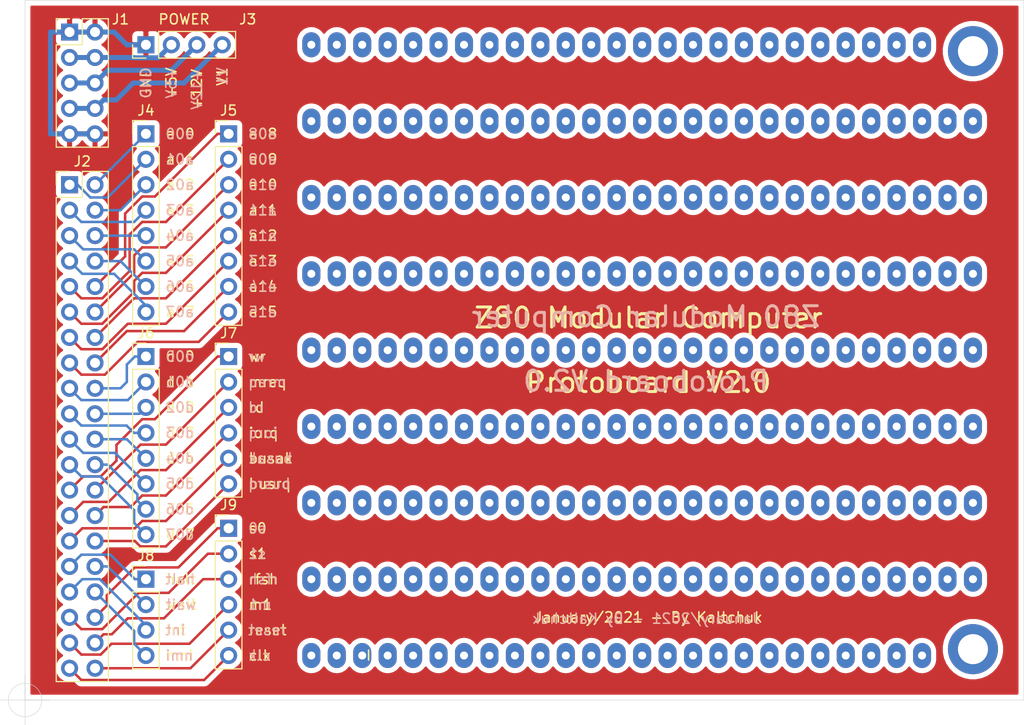
<source format=kicad_pcb>
(kicad_pcb (version 20171130) (host pcbnew "(5.1.4)-1")
  (layers (0 F.Cu signal) (31 B.Cu signal) (34 B.Paste user hide) (35 F.Paste user hide) (36 B.SilkS user) (37 F.SilkS user) (38 B.Mask user) (39 F.Mask user) (44 Edge.Cuts user))
  (net 0 "")
  (net 1 /gnd)
  (net 2 /+5V)
  (net 3 /+12V)
  (net 4 /v1)
  (net 5 /halt)
  (net 6 /wait)
  (net 7 /int)
  (net 8 /nmi)
  (net 9 /a01)
  (net 10 /a00)
  (net 11 /a03)
  (net 12 /a02)
  (net 13 /a05)
  (net 14 /a04)
  (net 15 /a07)
  (net 16 /a06)
  (net 17 /a09)
  (net 18 /a08)
  (net 19 /a11)
  (net 20 /a10)
  (net 21 /a13)
  (net 22 /a12)
  (net 23 /a15)
  (net 24 /a14)
  (net 25 /d01)
  (net 26 /d00)
  (net 27 /d03)
  (net 28 /d02)
  (net 29 /d05)
  (net 30 /d04)
  (net 31 /d07)
  (net 32 /d06)
  (net 33 /wr)
  (net 34 /mreq)
  (net 35 /rd)
  (net 36 /iorq)
  (net 37 /busack)
  (net 38 /busrq)
  (net 39 /s1)
  (net 40 /s0)
  (net 41 /clk)
  (net 42 /reset)
  (net 43 /m1)
  (net 44 /rfsh)
  (module Connector_PinHeader_2.54mm:Pad (layer F.Cu) (at 103.505 76.2)
    (fp_text reference REF** hide)
    (fp_text value Pad hide)
    (pad "" thru_hole oval (at 0 0) (size 1.8 2.5) (drill 0.8) (layers *.Cu *.Mask))
  )
  (module Connector_PinHeader_2.54mm:Pad (layer F.Cu) (at 100.965 76.2)
    (fp_text reference REF** hide)
    (fp_text value Pad hide)
    (pad "" thru_hole oval (at 0 0) (size 1.8 2.5) (drill 0.8) (layers *.Cu *.Mask))
  )
  (module Connector_PinHeader_2.54mm:Pad (layer F.Cu) (at 98.425 76.2)
    (fp_text reference REF** hide)
    (fp_text value Pad hide)
    (pad "" thru_hole oval (at 0 0) (size 1.8 2.5) (drill 0.8) (layers *.Cu *.Mask))
  )
  (module Connector_PinHeader_2.54mm:Pad (layer F.Cu) (at 103.505 83.82)
    (fp_text reference REF** hide)
    (fp_text value Pad hide)
    (pad "" thru_hole oval (at 0 0) (size 1.8 2.5) (drill 0.8) (layers *.Cu *.Mask))
  )
  (module Connector_PinHeader_2.54mm:Pad (layer F.Cu) (at 100.965 83.82)
    (fp_text reference REF** hide)
    (fp_text value Pad hide)
    (pad "" thru_hole oval (at 0 0) (size 1.8 2.5) (drill 0.8) (layers *.Cu *.Mask))
  )
  (module Connector_PinHeader_2.54mm:Pad (layer F.Cu) (at 98.425 83.82)
    (fp_text reference REF** hide)
    (fp_text value Pad hide)
    (pad "" thru_hole oval (at 0 0) (size 1.8 2.5) (drill 0.8) (layers *.Cu *.Mask))
  )
  (module Connector_PinHeader_2.54mm:Pad (layer F.Cu) (at 103.505 91.44)
    (fp_text reference REF** hide)
    (fp_text value Pad hide)
    (pad "" thru_hole oval (at 0 0) (size 1.8 2.5) (drill 0.8) (layers *.Cu *.Mask))
  )
  (module Connector_PinHeader_2.54mm:Pad (layer F.Cu) (at 100.965 91.44)
    (fp_text reference REF** hide)
    (fp_text value Pad hide)
    (pad "" thru_hole oval (at 0 0) (size 1.8 2.5) (drill 0.8) (layers *.Cu *.Mask))
  )
  (module Connector_PinHeader_2.54mm:Pad (layer F.Cu) (at 98.425 91.44)
    (fp_text reference REF** hide)
    (fp_text value Pad hide)
    (pad "" thru_hole oval (at 0 0) (size 1.8 2.5) (drill 0.8) (layers *.Cu *.Mask))
  )
  (module Connector_PinHeader_2.54mm:Pad (layer F.Cu) (at 103.505 99.06)
    (fp_text reference REF** hide)
    (fp_text value Pad hide)
    (pad "" thru_hole oval (at 0 0) (size 1.8 2.5) (drill 0.8) (layers *.Cu *.Mask))
  )
  (module Connector_PinHeader_2.54mm:Pad (layer F.Cu) (at 100.965 99.06)
    (fp_text reference REF** hide)
    (fp_text value Pad hide)
    (pad "" thru_hole oval (at 0 0) (size 1.8 2.5) (drill 0.8) (layers *.Cu *.Mask))
  )
  (module Connector_PinHeader_2.54mm:Pad (layer F.Cu) (at 98.425 99.06)
    (fp_text reference REF** hide)
    (fp_text value Pad hide)
    (pad "" thru_hole oval (at 0 0) (size 1.8 2.5) (drill 0.8) (layers *.Cu *.Mask))
  )
  (module Connector_PinHeader_2.54mm:Pad (layer F.Cu) (at 103.505 106.68)
    (fp_text reference REF** hide)
    (fp_text value Pad hide)
    (pad "" thru_hole oval (at 0 0) (size 1.8 2.5) (drill 0.8) (layers *.Cu *.Mask))
  )
  (module Connector_PinHeader_2.54mm:Pad (layer F.Cu) (at 100.965 106.68)
    (fp_text reference REF** hide)
    (fp_text value Pad hide)
    (pad "" thru_hole oval (at 0 0) (size 1.8 2.5) (drill 0.8) (layers *.Cu *.Mask))
  )
  (module Connector_PinHeader_2.54mm:Pad (layer F.Cu) (at 98.425 106.68)
    (fp_text reference REF** hide)
    (fp_text value Pad hide)
    (pad "" thru_hole oval (at 0 0) (size 1.8 2.5) (drill 0.8) (layers *.Cu *.Mask))
  )
  (module Connector_PinHeader_2.54mm:Pad (layer F.Cu) (at 100.965 137.16)
    (fp_text reference REF** hide)
    (fp_text value Pad hide)
    (pad "" thru_hole oval (at 0 0) (size 1.8 2.5) (drill 0.8) (layers *.Cu *.Mask))
  )
  (module Connector_PinHeader_2.54mm:Pad (layer F.Cu) (at 103.505 137.16)
    (fp_text reference REF** hide)
    (fp_text value Pad hide)
    (pad "" thru_hole oval (at 0 0) (size 1.8 2.5) (drill 0.8) (layers *.Cu *.Mask))
  )
  (module Connector_PinHeader_2.54mm:Pad (layer F.Cu) (at 98.425 137.16)
    (fp_text reference REF** hide)
    (fp_text value Pad hide)
    (pad "" thru_hole oval (at 0 0) (size 1.8 2.5) (drill 0.8) (layers *.Cu *.Mask))
  )
  (module Connector_PinHeader_2.54mm:Pad (layer F.Cu) (at 100.965 129.54)
    (fp_text reference REF** hide)
    (fp_text value Pad hide)
    (pad "" thru_hole oval (at 0 0) (size 1.8 2.5) (drill 0.8) (layers *.Cu *.Mask))
  )
  (module Connector_PinHeader_2.54mm:Pad (layer F.Cu) (at 103.505 129.54)
    (fp_text reference REF** hide)
    (fp_text value Pad hide)
    (pad "" thru_hole oval (at 0 0) (size 1.8 2.5) (drill 0.8) (layers *.Cu *.Mask))
  )
  (module Connector_PinHeader_2.54mm:Pad (layer F.Cu) (at 98.425 129.54)
    (fp_text reference REF** hide)
    (fp_text value Pad hide)
    (pad "" thru_hole oval (at 0 0) (size 1.8 2.5) (drill 0.8) (layers *.Cu *.Mask))
  )
  (module Connector_PinHeader_2.54mm:Pad (layer F.Cu) (at 103.505 121.92)
    (fp_text reference REF** hide)
    (fp_text value Pad hide)
    (pad "" thru_hole oval (at 0 0) (size 1.8 2.5) (drill 0.8) (layers *.Cu *.Mask))
  )
  (module Connector_PinHeader_2.54mm:Pad (layer F.Cu) (at 100.965 121.92)
    (fp_text reference REF** hide)
    (fp_text value Pad hide)
    (pad "" thru_hole oval (at 0 0) (size 1.8 2.5) (drill 0.8) (layers *.Cu *.Mask))
  )
  (module Connector_PinHeader_2.54mm:Pad (layer F.Cu) (at 98.425 121.92)
    (fp_text reference REF** hide)
    (fp_text value Pad hide)
    (pad "" thru_hole oval (at 0 0) (size 1.8 2.5) (drill 0.8) (layers *.Cu *.Mask))
  )
  (module Connector_PinHeader_2.54mm:Pad (layer F.Cu) (at 98.425 114.3)
    (fp_text reference REF** hide)
    (fp_text value Pad hide)
    (pad "" thru_hole oval (at 0 0) (size 1.8 2.5) (drill 0.8) (layers *.Cu *.Mask))
  )
  (module Connector_PinHeader_2.54mm:Pad (layer F.Cu) (at 100.965 114.3)
    (fp_text reference REF** hide)
    (fp_text value Pad hide)
    (pad "" thru_hole oval (at 0 0) (size 1.8 2.5) (drill 0.8) (layers *.Cu *.Mask))
  )
  (module Connector_PinHeader_2.54mm:Pad (layer F.Cu) (at 103.505 114.3)
    (fp_text reference REF** hide)
    (fp_text value Pad hide)
    (pad "" thru_hole oval (at 0 0) (size 1.8 2.5) (drill 0.8) (layers *.Cu *.Mask))
  )
  (module Connector_PinHeader_2.54mm:PinHeader_1x06_P2.54mm_Vertical (layer F.Cu) (at 90.17 124.46)
    (fp_text reference J9 (at 0 -2.33) (layer F.SilkS))
    (fp_text value Conn_01x06)
    (pad 6 thru_hole oval (at 0 12.7) (size 1.7 1.7) (drill 1) (layers *.Cu *.Mask) (net 41 /clk))
    (pad 5 thru_hole oval (at 0 10.16) (size 1.7 1.7) (drill 1) (layers *.Cu *.Mask) (net 42 /reset))
    (pad 4 thru_hole oval (at 0 7.62) (size 1.7 1.7) (drill 1) (layers *.Cu *.Mask) (net 43 /m1))
    (pad 3 thru_hole oval (at 0 5.08) (size 1.7 1.7) (drill 1) (layers *.Cu *.Mask) (net 44 /rfsh))
    (pad 2 thru_hole oval (at 0 2.54) (size 1.7 1.7) (drill 1) (layers *.Cu *.Mask) (net 39 /s1))
    (pad 1 thru_hole rect (at 0 0) (size 1.7 1.7) (drill 1) (layers *.Cu *.Mask) (net 40 /s0))
  )
  (module Connector_PinHeader_2.54mm:PinHeader_1x04_P2.54mm_Vertical (layer F.Cu) (at 81.915 129.54)
    (fp_text reference J8 (at 0 -2.33) (layer F.SilkS))
    (fp_text value Conn_01x04)
    (pad 4 thru_hole oval (at 0 7.62) (size 1.7 1.7) (drill 1) (layers *.Cu *.Mask) (net 8 /nmi))
    (pad 3 thru_hole oval (at 0 5.08) (size 1.7 1.7) (drill 1) (layers *.Cu *.Mask) (net 7 /int))
    (pad 2 thru_hole oval (at 0 2.54) (size 1.7 1.7) (drill 1) (layers *.Cu *.Mask) (net 6 /wait))
    (pad 1 thru_hole rect (at 0 0) (size 1.7 1.7) (drill 1) (layers *.Cu *.Mask) (net 5 /halt))
  )
  (module Connector_PinHeader_2.54mm:PinHeader_2x20_P2.54mm_Vertical (layer F.Cu) (at 74.295 90.17)
    (fp_text reference J2 (at 1.27 -2.33) (layer F.SilkS))
    (fp_text value Conn_02x20)
    (pad 1 thru_hole rect (at 0 0) (size 1.7 1.7) (drill 1) (layers *.Cu *.Mask) (net 9 /a01))
    (pad 2 thru_hole oval (at 2.54 0) (size 1.7 1.7) (drill 1) (layers *.Cu *.Mask) (net 10 /a00))
    (pad 3 thru_hole oval (at 0 2.54) (size 1.7 1.7) (drill 1) (layers *.Cu *.Mask) (net 11 /a03))
    (pad 4 thru_hole oval (at 2.54 2.54) (size 1.7 1.7) (drill 1) (layers *.Cu *.Mask) (net 12 /a02))
    (pad 5 thru_hole oval (at 0 5.08) (size 1.7 1.7) (drill 1) (layers *.Cu *.Mask) (net 13 /a05))
    (pad 6 thru_hole oval (at 2.54 5.08) (size 1.7 1.7) (drill 1) (layers *.Cu *.Mask) (net 14 /a04))
    (pad 7 thru_hole oval (at 0 7.62) (size 1.7 1.7) (drill 1) (layers *.Cu *.Mask) (net 15 /a07))
    (pad 8 thru_hole oval (at 2.54 7.62) (size 1.7 1.7) (drill 1) (layers *.Cu *.Mask) (net 16 /a06))
    (pad 9 thru_hole oval (at 0 10.16) (size 1.7 1.7) (drill 1) (layers *.Cu *.Mask) (net 17 /a09))
    (pad 10 thru_hole oval (at 2.54 10.16) (size 1.7 1.7) (drill 1) (layers *.Cu *.Mask) (net 18 /a08))
    (pad 11 thru_hole oval (at 0 12.7) (size 1.7 1.7) (drill 1) (layers *.Cu *.Mask) (net 19 /a11))
    (pad 12 thru_hole oval (at 2.54 12.7) (size 1.7 1.7) (drill 1) (layers *.Cu *.Mask) (net 20 /a10))
    (pad 13 thru_hole oval (at 0 15.24) (size 1.7 1.7) (drill 1) (layers *.Cu *.Mask) (net 21 /a13))
    (pad 14 thru_hole oval (at 2.54 15.24) (size 1.7 1.7) (drill 1) (layers *.Cu *.Mask) (net 22 /a12))
    (pad 15 thru_hole oval (at 0 17.78) (size 1.7 1.7) (drill 1) (layers *.Cu *.Mask) (net 23 /a15))
    (pad 16 thru_hole oval (at 2.54 17.78) (size 1.7 1.7) (drill 1) (layers *.Cu *.Mask) (net 24 /a14))
    (pad 17 thru_hole oval (at 0 20.32) (size 1.7 1.7) (drill 1) (layers *.Cu *.Mask) (net 25 /d01))
    (pad 18 thru_hole oval (at 2.54 20.32) (size 1.7 1.7) (drill 1) (layers *.Cu *.Mask) (net 26 /d00))
    (pad 19 thru_hole oval (at 0 22.86) (size 1.7 1.7) (drill 1) (layers *.Cu *.Mask) (net 27 /d03))
    (pad 20 thru_hole oval (at 2.54 22.86) (size 1.7 1.7) (drill 1) (layers *.Cu *.Mask) (net 28 /d02))
    (pad 21 thru_hole oval (at 0 25.4) (size 1.7 1.7) (drill 1) (layers *.Cu *.Mask) (net 29 /d05))
    (pad 22 thru_hole oval (at 2.54 25.4) (size 1.7 1.7) (drill 1) (layers *.Cu *.Mask) (net 30 /d04))
    (pad 23 thru_hole oval (at 0 27.94) (size 1.7 1.7) (drill 1) (layers *.Cu *.Mask) (net 31 /d07))
    (pad 24 thru_hole oval (at 2.54 27.94) (size 1.7 1.7) (drill 1) (layers *.Cu *.Mask) (net 32 /d06))
    (pad 25 thru_hole oval (at 0 30.48) (size 1.7 1.7) (drill 1) (layers *.Cu *.Mask) (net 33 /wr))
    (pad 26 thru_hole oval (at 2.54 30.48) (size 1.7 1.7) (drill 1) (layers *.Cu *.Mask) (net 34 /mreq))
    (pad 27 thru_hole oval (at 0 33.02) (size 1.7 1.7) (drill 1) (layers *.Cu *.Mask) (net 35 /rd))
    (pad 28 thru_hole oval (at 2.54 33.02) (size 1.7 1.7) (drill 1) (layers *.Cu *.Mask) (net 36 /iorq))
    (pad 29 thru_hole oval (at 0 35.56) (size 1.7 1.7) (drill 1) (layers *.Cu *.Mask) (net 37 /busack))
    (pad 30 thru_hole oval (at 2.54 35.56) (size 1.7 1.7) (drill 1) (layers *.Cu *.Mask) (net 38 /busrq))
    (pad 31 thru_hole oval (at 0 38.1) (size 1.7 1.7) (drill 1) (layers *.Cu *.Mask) (net 5 /halt))
    (pad 32 thru_hole oval (at 2.54 38.1) (size 1.7 1.7) (drill 1) (layers *.Cu *.Mask) (net 6 /wait))
    (pad 33 thru_hole oval (at 0 40.64) (size 1.7 1.7) (drill 1) (layers *.Cu *.Mask) (net 7 /int))
    (pad 34 thru_hole oval (at 2.54 40.64) (size 1.7 1.7) (drill 1) (layers *.Cu *.Mask) (net 8 /nmi))
    (pad 35 thru_hole oval (at 0 43.18) (size 1.7 1.7) (drill 1) (layers *.Cu *.Mask) (net 39 /s1))
    (pad 36 thru_hole oval (at 2.54 43.18) (size 1.7 1.7) (drill 1) (layers *.Cu *.Mask) (net 40 /s0))
    (pad 37 thru_hole oval (at 0 45.72) (size 1.7 1.7) (drill 1) (layers *.Cu *.Mask) (net 43 /m1))
    (pad 38 thru_hole oval (at 2.54 45.72) (size 1.7 1.7) (drill 1) (layers *.Cu *.Mask) (net 44 /rfsh))
    (pad 39 thru_hole oval (at 0 48.26) (size 1.7 1.7) (drill 1) (layers *.Cu *.Mask) (net 41 /clk))
    (pad 40 thru_hole oval (at 2.54 48.26) (size 1.7 1.7) (drill 1) (layers *.Cu *.Mask) (net 42 /reset))
  )
  (module Connector_PinHeader_2.54mm:PinHeader_1x06_P2.54mm_Vertical (layer F.Cu) (at 90.17 107.315)
    (fp_text reference J7 (at 0 -2.33) (layer F.SilkS))
    (fp_text value Conn_01x06)
    (pad 1 thru_hole rect (at 0 0) (size 1.7 1.7) (drill 1) (layers *.Cu *.Mask) (net 33 /wr))
    (pad 2 thru_hole oval (at 0 2.54) (size 1.7 1.7) (drill 1) (layers *.Cu *.Mask) (net 34 /mreq))
    (pad 3 thru_hole oval (at 0 5.08) (size 1.7 1.7) (drill 1) (layers *.Cu *.Mask) (net 35 /rd))
    (pad 4 thru_hole oval (at 0 7.62) (size 1.7 1.7) (drill 1) (layers *.Cu *.Mask) (net 36 /iorq))
    (pad 5 thru_hole oval (at 0 10.16) (size 1.7 1.7) (drill 1) (layers *.Cu *.Mask) (net 37 /busack))
    (pad 6 thru_hole oval (at 0 12.7) (size 1.7 1.7) (drill 1) (layers *.Cu *.Mask) (net 38 /busrq))
  )
  (module Connector_PinHeader_2.54mm:PinHeader_1x08_P2.54mm_Vertical (layer F.Cu) (at 81.915 85.09)
    (fp_text reference J4 (at 0 -2.33) (layer F.SilkS))
    (fp_text value Conn_01x08)
    (pad 1 thru_hole rect (at 0 0) (size 1.7 1.7) (drill 1) (layers *.Cu *.Mask) (net 10 /a00))
    (pad 2 thru_hole oval (at 0 2.54) (size 1.7 1.7) (drill 1) (layers *.Cu *.Mask) (net 9 /a01))
    (pad 3 thru_hole oval (at 0 5.08) (size 1.7 1.7) (drill 1) (layers *.Cu *.Mask) (net 12 /a02))
    (pad 4 thru_hole oval (at 0 7.62) (size 1.7 1.7) (drill 1) (layers *.Cu *.Mask) (net 11 /a03))
    (pad 5 thru_hole oval (at 0 10.16) (size 1.7 1.7) (drill 1) (layers *.Cu *.Mask) (net 14 /a04))
    (pad 6 thru_hole oval (at 0 12.7) (size 1.7 1.7) (drill 1) (layers *.Cu *.Mask) (net 13 /a05))
    (pad 7 thru_hole oval (at 0 15.24) (size 1.7 1.7) (drill 1) (layers *.Cu *.Mask) (net 16 /a06))
    (pad 8 thru_hole oval (at 0 17.78) (size 1.7 1.7) (drill 1) (layers *.Cu *.Mask) (net 15 /a07))
  )
  (module Connector_PinHeader_2.54mm:PinHeader_1x08_P2.54mm_Vertical (layer F.Cu) (at 90.17 85.09)
    (fp_text reference J5 (at 0 -2.33) (layer F.SilkS))
    (fp_text value Conn_01x08)
    (pad 8 thru_hole oval (at 0 17.78) (size 1.7 1.7) (drill 1) (layers *.Cu *.Mask) (net 23 /a15))
    (pad 7 thru_hole oval (at 0 15.24) (size 1.7 1.7) (drill 1) (layers *.Cu *.Mask) (net 24 /a14))
    (pad 6 thru_hole oval (at 0 12.7) (size 1.7 1.7) (drill 1) (layers *.Cu *.Mask) (net 21 /a13))
    (pad 5 thru_hole oval (at 0 10.16) (size 1.7 1.7) (drill 1) (layers *.Cu *.Mask) (net 22 /a12))
    (pad 4 thru_hole oval (at 0 7.62) (size 1.7 1.7) (drill 1) (layers *.Cu *.Mask) (net 19 /a11))
    (pad 3 thru_hole oval (at 0 5.08) (size 1.7 1.7) (drill 1) (layers *.Cu *.Mask) (net 20 /a10))
    (pad 2 thru_hole oval (at 0 2.54) (size 1.7 1.7) (drill 1) (layers *.Cu *.Mask) (net 17 /a09))
    (pad 1 thru_hole rect (at 0 0) (size 1.7 1.7) (drill 1) (layers *.Cu *.Mask) (net 18 /a08))
  )
  (module Connector_PinHeader_2.54mm:PinHeader_1x08_P2.54mm_Vertical (layer F.Cu) (at 81.915 107.315)
    (fp_text reference J6 (at 0 -2.33) (layer F.SilkS))
    (fp_text value Conn_01x08)
    (pad 1 thru_hole rect (at 0 0) (size 1.7 1.7) (drill 1) (layers *.Cu *.Mask) (net 26 /d00))
    (pad 2 thru_hole oval (at 0 2.54) (size 1.7 1.7) (drill 1) (layers *.Cu *.Mask) (net 25 /d01))
    (pad 3 thru_hole oval (at 0 5.08) (size 1.7 1.7) (drill 1) (layers *.Cu *.Mask) (net 28 /d02))
    (pad 4 thru_hole oval (at 0 7.62) (size 1.7 1.7) (drill 1) (layers *.Cu *.Mask) (net 27 /d03))
    (pad 5 thru_hole oval (at 0 10.16) (size 1.7 1.7) (drill 1) (layers *.Cu *.Mask) (net 30 /d04))
    (pad 6 thru_hole oval (at 0 12.7) (size 1.7 1.7) (drill 1) (layers *.Cu *.Mask) (net 29 /d05))
    (pad 7 thru_hole oval (at 0 15.24) (size 1.7 1.7) (drill 1) (layers *.Cu *.Mask) (net 32 /d06))
    (pad 8 thru_hole oval (at 0 17.78) (size 1.7 1.7) (drill 1) (layers *.Cu *.Mask) (net 31 /d07))
  )
  (module Connector_PinHeader_2.54mm:PinHeader_2x05_P2.54mm_Vertical (layer F.Cu) (at 74.295 74.93)
    (fp_text reference J1 (at 5.08 -1.27) (layer F.SilkS))
    (fp_text value Conn_02x05)
    (pad 1 thru_hole rect (at 0 0) (size 1.7 1.7) (drill 1) (layers *.Cu *.Mask) (net 1 /gnd))
    (pad 2 thru_hole oval (at 2.54 0) (size 1.7 1.7) (drill 1) (layers *.Cu *.Mask) (net 1 /gnd))
    (pad 3 thru_hole oval (at 0 2.54) (size 1.7 1.7) (drill 1) (layers *.Cu *.Mask) (net 2 /+5V))
    (pad 4 thru_hole oval (at 2.54 2.54) (size 1.7 1.7) (drill 1) (layers *.Cu *.Mask) (net 2 /+5V))
    (pad 5 thru_hole oval (at 0 5.08) (size 1.7 1.7) (drill 1) (layers *.Cu *.Mask) (net 3 /+12V))
    (pad 6 thru_hole oval (at 2.54 5.08) (size 1.7 1.7) (drill 1) (layers *.Cu *.Mask) (net 3 /+12V))
    (pad 7 thru_hole oval (at 0 7.62) (size 1.7 1.7) (drill 1) (layers *.Cu *.Mask) (net 4 /v1))
    (pad 8 thru_hole oval (at 2.54 7.62) (size 1.7 1.7) (drill 1) (layers *.Cu *.Mask) (net 4 /v1))
    (pad 9 thru_hole oval (at 0 10.16) (size 1.7 1.7) (drill 1) (layers *.Cu *.Mask) (net 1 /gnd))
    (pad 10 thru_hole oval (at 2.54 10.16) (size 1.7 1.7) (drill 1) (layers *.Cu *.Mask) (net 1 /gnd))
  )
  (module Connector_PinHeader_2.54mm:Pad (layer F.Cu) (at 164.465 136.525)
    (fp_text reference REF** hide)
    (fp_text value Pad hide)
    (pad "" thru_hole circle (at 0 0) (size 5 5) (drill 3) (layers *.Cu *.Mask))
  )
  (module Connector_PinHeader_2.54mm:Pad (layer F.Cu) (at 161.925 99.06)
    (fp_text reference REF** hide)
    (fp_text value Pad hide)
    (pad "" thru_hole oval (at 0 0) (size 1.8 2.5) (drill 0.8) (layers *.Cu *.Mask))
  )
  (module Connector_PinHeader_2.54mm:Pad (layer F.Cu) (at 164.465 76.835)
    (fp_text reference REF** hide)
    (fp_text value Pad hide)
    (pad "" thru_hole circle (at 0 0) (size 5 5) (drill 3) (layers *.Cu *.Mask))
  )
  (module Connector_PinHeader_2.54mm:Pad (layer F.Cu) (at 154.305 99.06)
    (fp_text reference REF** hide)
    (fp_text value Pad hide)
    (pad "" thru_hole oval (at 0 0) (size 1.8 2.5) (drill 0.8) (layers *.Cu *.Mask))
  )
  (module Connector_PinHeader_2.54mm:Pad (layer F.Cu) (at 159.385 99.06)
    (fp_text reference REF** hide)
    (fp_text value Pad hide)
    (pad "" thru_hole oval (at 0 0) (size 1.8 2.5) (drill 0.8) (layers *.Cu *.Mask))
  )
  (module Connector_PinHeader_2.54mm:Pad (layer F.Cu) (at 156.845 99.06)
    (fp_text reference REF** hide)
    (fp_text value Pad hide)
    (pad "" thru_hole oval (at 0 0) (size 1.8 2.5) (drill 0.8) (layers *.Cu *.Mask))
  )
  (module Connector_PinHeader_2.54mm:Pad (layer F.Cu) (at 149.225 99.06)
    (fp_text reference REF** hide)
    (fp_text value Pad hide)
    (pad "" thru_hole oval (at 0 0) (size 1.8 2.5) (drill 0.8) (layers *.Cu *.Mask))
  )
  (module Connector_PinHeader_2.54mm:Pad (layer F.Cu) (at 151.765 99.06)
    (fp_text reference REF** hide)
    (fp_text value Pad hide)
    (pad "" thru_hole oval (at 0 0) (size 1.8 2.5) (drill 0.8) (layers *.Cu *.Mask))
  )
  (module Connector_PinHeader_2.54mm:Pad (layer F.Cu) (at 121.285 99.06)
    (fp_text reference REF** hide)
    (fp_text value Pad hide)
    (pad "" thru_hole oval (at 0 0) (size 1.8 2.5) (drill 0.8) (layers *.Cu *.Mask))
  )
  (module Connector_PinHeader_2.54mm:Pad (layer F.Cu) (at 116.205 99.06)
    (fp_text reference REF** hide)
    (fp_text value Pad hide)
    (pad "" thru_hole oval (at 0 0) (size 1.8 2.5) (drill 0.8) (layers *.Cu *.Mask))
  )
  (module Connector_PinHeader_2.54mm:Pad (layer F.Cu) (at 106.045 99.06)
    (fp_text reference REF** hide)
    (fp_text value Pad hide)
    (pad "" thru_hole oval (at 0 0) (size 1.8 2.5) (drill 0.8) (layers *.Cu *.Mask))
  )
  (module Connector_PinHeader_2.54mm:Pad (layer F.Cu) (at 164.465 99.06)
    (fp_text reference REF** hide)
    (fp_text value Pad hide)
    (pad "" thru_hole oval (at 0 0) (size 1.8 2.5) (drill 0.8) (layers *.Cu *.Mask))
  )
  (module Connector_PinHeader_2.54mm:Pad (layer F.Cu) (at 118.745 99.06)
    (fp_text reference REF** hide)
    (fp_text value Pad hide)
    (pad "" thru_hole oval (at 0 0) (size 1.8 2.5) (drill 0.8) (layers *.Cu *.Mask))
  )
  (module Connector_PinHeader_2.54mm:Pad (layer F.Cu) (at 108.585 99.06)
    (fp_text reference REF** hide)
    (fp_text value Pad hide)
    (pad "" thru_hole oval (at 0 0) (size 1.8 2.5) (drill 0.8) (layers *.Cu *.Mask))
  )
  (module Connector_PinHeader_2.54mm:Pad (layer F.Cu) (at 113.665 99.06)
    (fp_text reference REF** hide)
    (fp_text value Pad hide)
    (pad "" thru_hole oval (at 0 0) (size 1.8 2.5) (drill 0.8) (layers *.Cu *.Mask))
  )
  (module Connector_PinHeader_2.54mm:Pad (layer F.Cu) (at 111.125 99.06)
    (fp_text reference REF** hide)
    (fp_text value Pad hide)
    (pad "" thru_hole oval (at 0 0) (size 1.8 2.5) (drill 0.8) (layers *.Cu *.Mask))
  )
  (module Connector_PinHeader_2.54mm:Pad (layer F.Cu) (at 123.825 99.06)
    (fp_text reference REF** hide)
    (fp_text value Pad hide)
    (pad "" thru_hole oval (at 0 0) (size 1.8 2.5) (drill 0.8) (layers *.Cu *.Mask))
  )
  (module Connector_PinHeader_2.54mm:Pad (layer F.Cu) (at 126.365 99.06)
    (fp_text reference REF** hide)
    (fp_text value Pad hide)
    (pad "" thru_hole oval (at 0 0) (size 1.8 2.5) (drill 0.8) (layers *.Cu *.Mask))
  )
  (module Connector_PinHeader_2.54mm:Pad (layer F.Cu) (at 128.905 99.06)
    (fp_text reference REF** hide)
    (fp_text value Pad hide)
    (pad "" thru_hole oval (at 0 0) (size 1.8 2.5) (drill 0.8) (layers *.Cu *.Mask))
  )
  (module Connector_PinHeader_2.54mm:Pad (layer F.Cu) (at 131.445 99.06)
    (fp_text reference REF** hide)
    (fp_text value Pad hide)
    (pad "" thru_hole oval (at 0 0) (size 1.8 2.5) (drill 0.8) (layers *.Cu *.Mask))
  )
  (module Connector_PinHeader_2.54mm:Pad (layer F.Cu) (at 133.985 99.06)
    (fp_text reference REF** hide)
    (fp_text value Pad hide)
    (pad "" thru_hole oval (at 0 0) (size 1.8 2.5) (drill 0.8) (layers *.Cu *.Mask))
  )
  (module Connector_PinHeader_2.54mm:Pad (layer F.Cu) (at 136.525 99.06)
    (fp_text reference REF** hide)
    (fp_text value Pad hide)
    (pad "" thru_hole oval (at 0 0) (size 1.8 2.5) (drill 0.8) (layers *.Cu *.Mask))
  )
  (module Connector_PinHeader_2.54mm:Pad (layer F.Cu) (at 139.065 99.06)
    (fp_text reference REF** hide)
    (fp_text value Pad hide)
    (pad "" thru_hole oval (at 0 0) (size 1.8 2.5) (drill 0.8) (layers *.Cu *.Mask))
  )
  (module Connector_PinHeader_2.54mm:Pad (layer F.Cu) (at 141.605 99.06)
    (fp_text reference REF** hide)
    (fp_text value Pad hide)
    (pad "" thru_hole oval (at 0 0) (size 1.8 2.5) (drill 0.8) (layers *.Cu *.Mask))
  )
  (module Connector_PinHeader_2.54mm:Pad (layer F.Cu) (at 144.145 99.06)
    (fp_text reference REF** hide)
    (fp_text value Pad hide)
    (pad "" thru_hole oval (at 0 0) (size 1.8 2.5) (drill 0.8) (layers *.Cu *.Mask))
  )
  (module Connector_PinHeader_2.54mm:Pad (layer F.Cu) (at 146.685 99.06)
    (fp_text reference REF** hide)
    (fp_text value Pad hide)
    (pad "" thru_hole oval (at 0 0) (size 1.8 2.5) (drill 0.8) (layers *.Cu *.Mask))
  )
  (module Connector_PinHeader_2.54mm:Pad (layer F.Cu) (at 106.045 106.68)
    (fp_text reference REF** hide)
    (fp_text value Pad hide)
    (pad "" thru_hole oval (at 0 0) (size 1.8 2.5) (drill 0.8) (layers *.Cu *.Mask))
  )
  (module Connector_PinHeader_2.54mm:Pad (layer F.Cu) (at 108.585 106.68)
    (fp_text reference REF** hide)
    (fp_text value Pad hide)
    (pad "" thru_hole oval (at 0 0) (size 1.8 2.5) (drill 0.8) (layers *.Cu *.Mask))
  )
  (module Connector_PinHeader_2.54mm:Pad (layer F.Cu) (at 116.205 106.68)
    (fp_text reference REF** hide)
    (fp_text value Pad hide)
    (pad "" thru_hole oval (at 0 0) (size 1.8 2.5) (drill 0.8) (layers *.Cu *.Mask))
  )
  (module Connector_PinHeader_2.54mm:Pad (layer F.Cu) (at 118.745 106.68)
    (fp_text reference REF** hide)
    (fp_text value Pad hide)
    (pad "" thru_hole oval (at 0 0) (size 1.8 2.5) (drill 0.8) (layers *.Cu *.Mask))
  )
  (module Connector_PinHeader_2.54mm:Pad (layer F.Cu) (at 121.285 106.68)
    (fp_text reference REF** hide)
    (fp_text value Pad hide)
    (pad "" thru_hole oval (at 0 0) (size 1.8 2.5) (drill 0.8) (layers *.Cu *.Mask))
  )
  (module Connector_PinHeader_2.54mm:Pad (layer F.Cu) (at 123.825 106.68)
    (fp_text reference REF** hide)
    (fp_text value Pad hide)
    (pad "" thru_hole oval (at 0 0) (size 1.8 2.5) (drill 0.8) (layers *.Cu *.Mask))
  )
  (module Connector_PinHeader_2.54mm:Pad (layer F.Cu) (at 126.365 106.68)
    (fp_text reference REF** hide)
    (fp_text value Pad hide)
    (pad "" thru_hole oval (at 0 0) (size 1.8 2.5) (drill 0.8) (layers *.Cu *.Mask))
  )
  (module Connector_PinHeader_2.54mm:Pad (layer F.Cu) (at 128.905 106.68)
    (fp_text reference REF** hide)
    (fp_text value Pad hide)
    (pad "" thru_hole oval (at 0 0) (size 1.8 2.5) (drill 0.8) (layers *.Cu *.Mask))
  )
  (module Connector_PinHeader_2.54mm:Pad (layer F.Cu) (at 131.445 106.68)
    (fp_text reference REF** hide)
    (fp_text value Pad hide)
    (pad "" thru_hole oval (at 0 0) (size 1.8 2.5) (drill 0.8) (layers *.Cu *.Mask))
  )
  (module Connector_PinHeader_2.54mm:Pad (layer F.Cu) (at 133.985 106.68)
    (fp_text reference REF** hide)
    (fp_text value Pad hide)
    (pad "" thru_hole oval (at 0 0) (size 1.8 2.5) (drill 0.8) (layers *.Cu *.Mask))
  )
  (module Connector_PinHeader_2.54mm:Pad (layer F.Cu) (at 136.525 106.68)
    (fp_text reference REF** hide)
    (fp_text value Pad hide)
    (pad "" thru_hole oval (at 0 0) (size 1.8 2.5) (drill 0.8) (layers *.Cu *.Mask))
  )
  (module Connector_PinHeader_2.54mm:Pad (layer F.Cu) (at 139.065 106.68)
    (fp_text reference REF** hide)
    (fp_text value Pad hide)
    (pad "" thru_hole oval (at 0 0) (size 1.8 2.5) (drill 0.8) (layers *.Cu *.Mask))
  )
  (module Connector_PinHeader_2.54mm:Pad (layer F.Cu) (at 141.605 106.68)
    (fp_text reference REF** hide)
    (fp_text value Pad hide)
    (pad "" thru_hole oval (at 0 0) (size 1.8 2.5) (drill 0.8) (layers *.Cu *.Mask))
  )
  (module Connector_PinHeader_2.54mm:Pad (layer F.Cu) (at 144.145 106.68)
    (fp_text reference REF** hide)
    (fp_text value Pad hide)
    (pad "" thru_hole oval (at 0 0) (size 1.8 2.5) (drill 0.8) (layers *.Cu *.Mask))
  )
  (module Connector_PinHeader_2.54mm:Pad (layer F.Cu) (at 146.685 106.68)
    (fp_text reference REF** hide)
    (fp_text value Pad hide)
    (pad "" thru_hole oval (at 0 0) (size 1.8 2.5) (drill 0.8) (layers *.Cu *.Mask))
  )
  (module Connector_PinHeader_2.54mm:Pad (layer F.Cu) (at 149.225 106.68)
    (fp_text reference REF** hide)
    (fp_text value Pad hide)
    (pad "" thru_hole oval (at 0 0) (size 1.8 2.5) (drill 0.8) (layers *.Cu *.Mask))
  )
  (module Connector_PinHeader_2.54mm:Pad (layer F.Cu) (at 151.765 106.68)
    (fp_text reference REF** hide)
    (fp_text value Pad hide)
    (pad "" thru_hole oval (at 0 0) (size 1.8 2.5) (drill 0.8) (layers *.Cu *.Mask))
  )
  (module Connector_PinHeader_2.54mm:Pad (layer F.Cu) (at 154.305 106.68)
    (fp_text reference REF** hide)
    (fp_text value Pad hide)
    (pad "" thru_hole oval (at 0 0) (size 1.8 2.5) (drill 0.8) (layers *.Cu *.Mask))
  )
  (module Connector_PinHeader_2.54mm:Pad (layer F.Cu) (at 156.845 106.68)
    (fp_text reference REF** hide)
    (fp_text value Pad hide)
    (pad "" thru_hole oval (at 0 0) (size 1.8 2.5) (drill 0.8) (layers *.Cu *.Mask))
  )
  (module Connector_PinHeader_2.54mm:Pad (layer F.Cu) (at 159.385 106.68)
    (fp_text reference REF** hide)
    (fp_text value Pad hide)
    (pad "" thru_hole oval (at 0 0) (size 1.8 2.5) (drill 0.8) (layers *.Cu *.Mask))
  )
  (module Connector_PinHeader_2.54mm:Pad (layer F.Cu) (at 161.925 106.68)
    (fp_text reference REF** hide)
    (fp_text value Pad hide)
    (pad "" thru_hole oval (at 0 0) (size 1.8 2.5) (drill 0.8) (layers *.Cu *.Mask))
  )
  (module Connector_PinHeader_2.54mm:Pad (layer F.Cu) (at 164.465 106.68)
    (fp_text reference REF** hide)
    (fp_text value Pad hide)
    (pad "" thru_hole oval (at 0 0) (size 1.8 2.5) (drill 0.8) (layers *.Cu *.Mask))
  )
  (module Connector_PinHeader_2.54mm:Pad (layer F.Cu) (at 113.665 114.3)
    (fp_text reference REF** hide)
    (fp_text value Pad hide)
    (pad "" thru_hole oval (at 0 0) (size 1.8 2.5) (drill 0.8) (layers *.Cu *.Mask))
  )
  (module Connector_PinHeader_2.54mm:Pad (layer F.Cu) (at 111.125 114.3)
    (fp_text reference REF** hide)
    (fp_text value Pad hide)
    (pad "" thru_hole oval (at 0 0) (size 1.8 2.5) (drill 0.8) (layers *.Cu *.Mask))
  )
  (module Connector_PinHeader_2.54mm:Pad (layer F.Cu) (at 164.465 114.3)
    (fp_text reference REF** hide)
    (fp_text value Pad hide)
    (pad "" thru_hole oval (at 0 0) (size 1.8 2.5) (drill 0.8) (layers *.Cu *.Mask))
  )
  (module Connector_PinHeader_2.54mm:Pad (layer F.Cu) (at 161.925 114.3)
    (fp_text reference REF** hide)
    (fp_text value Pad hide)
    (pad "" thru_hole oval (at 0 0) (size 1.8 2.5) (drill 0.8) (layers *.Cu *.Mask))
  )
  (module Connector_PinHeader_2.54mm:Pad (layer F.Cu) (at 159.385 114.3)
    (fp_text reference REF** hide)
    (fp_text value Pad hide)
    (pad "" thru_hole oval (at 0 0) (size 1.8 2.5) (drill 0.8) (layers *.Cu *.Mask))
  )
  (module Connector_PinHeader_2.54mm:Pad (layer F.Cu) (at 156.845 114.3)
    (fp_text reference REF** hide)
    (fp_text value Pad hide)
    (pad "" thru_hole oval (at 0 0) (size 1.8 2.5) (drill 0.8) (layers *.Cu *.Mask))
  )
  (module Connector_PinHeader_2.54mm:Pad (layer F.Cu) (at 154.305 114.3)
    (fp_text reference REF** hide)
    (fp_text value Pad hide)
    (pad "" thru_hole oval (at 0 0) (size 1.8 2.5) (drill 0.8) (layers *.Cu *.Mask))
  )
  (module Connector_PinHeader_2.54mm:Pad (layer F.Cu) (at 151.765 114.3)
    (fp_text reference REF** hide)
    (fp_text value Pad hide)
    (pad "" thru_hole oval (at 0 0) (size 1.8 2.5) (drill 0.8) (layers *.Cu *.Mask))
  )
  (module Connector_PinHeader_2.54mm:Pad (layer F.Cu) (at 149.225 114.3)
    (fp_text reference REF** hide)
    (fp_text value Pad hide)
    (pad "" thru_hole oval (at 0 0) (size 1.8 2.5) (drill 0.8) (layers *.Cu *.Mask))
  )
  (module Connector_PinHeader_2.54mm:Pad (layer F.Cu) (at 111.125 106.68)
    (fp_text reference REF** hide)
    (fp_text value Pad hide)
    (pad "" thru_hole oval (at 0 0) (size 1.8 2.5) (drill 0.8) (layers *.Cu *.Mask))
  )
  (module Connector_PinHeader_2.54mm:Pad (layer F.Cu) (at 146.685 114.3)
    (fp_text reference REF** hide)
    (fp_text value Pad hide)
    (pad "" thru_hole oval (at 0 0) (size 1.8 2.5) (drill 0.8) (layers *.Cu *.Mask))
  )
  (module Connector_PinHeader_2.54mm:Pad (layer F.Cu) (at 141.605 114.3)
    (fp_text reference REF** hide)
    (fp_text value Pad hide)
    (pad "" thru_hole oval (at 0 0) (size 1.8 2.5) (drill 0.8) (layers *.Cu *.Mask))
  )
  (module Connector_PinHeader_2.54mm:Pad (layer F.Cu) (at 144.145 114.3)
    (fp_text reference REF** hide)
    (fp_text value Pad hide)
    (pad "" thru_hole oval (at 0 0) (size 1.8 2.5) (drill 0.8) (layers *.Cu *.Mask))
  )
  (module Connector_PinHeader_2.54mm:Pad (layer F.Cu) (at 136.525 114.3)
    (fp_text reference REF** hide)
    (fp_text value Pad hide)
    (pad "" thru_hole oval (at 0 0) (size 1.8 2.5) (drill 0.8) (layers *.Cu *.Mask))
  )
  (module Connector_PinHeader_2.54mm:Pad (layer F.Cu) (at 139.065 114.3)
    (fp_text reference REF** hide)
    (fp_text value Pad hide)
    (pad "" thru_hole oval (at 0 0) (size 1.8 2.5) (drill 0.8) (layers *.Cu *.Mask))
  )
  (module Connector_PinHeader_2.54mm:Pad (layer F.Cu) (at 131.445 114.3)
    (fp_text reference REF** hide)
    (fp_text value Pad hide)
    (pad "" thru_hole oval (at 0 0) (size 1.8 2.5) (drill 0.8) (layers *.Cu *.Mask))
  )
  (module Connector_PinHeader_2.54mm:Pad (layer F.Cu) (at 128.905 114.3)
    (fp_text reference REF** hide)
    (fp_text value Pad hide)
    (pad "" thru_hole oval (at 0 0) (size 1.8 2.5) (drill 0.8) (layers *.Cu *.Mask))
  )
  (module Connector_PinHeader_2.54mm:Pad (layer F.Cu) (at 126.365 114.3)
    (fp_text reference REF** hide)
    (fp_text value Pad hide)
    (pad "" thru_hole oval (at 0 0) (size 1.8 2.5) (drill 0.8) (layers *.Cu *.Mask))
  )
  (module Connector_PinHeader_2.54mm:Pad (layer F.Cu) (at 123.825 114.3)
    (fp_text reference REF** hide)
    (fp_text value Pad hide)
    (pad "" thru_hole oval (at 0 0) (size 1.8 2.5) (drill 0.8) (layers *.Cu *.Mask))
  )
  (module Connector_PinHeader_2.54mm:Pad (layer F.Cu) (at 121.285 114.3)
    (fp_text reference REF** hide)
    (fp_text value Pad hide)
    (pad "" thru_hole oval (at 0 0) (size 1.8 2.5) (drill 0.8) (layers *.Cu *.Mask))
  )
  (module Connector_PinHeader_2.54mm:Pad (layer F.Cu) (at 108.585 114.3)
    (fp_text reference REF** hide)
    (fp_text value Pad hide)
    (pad "" thru_hole oval (at 0 0) (size 1.8 2.5) (drill 0.8) (layers *.Cu *.Mask))
  )
  (module Connector_PinHeader_2.54mm:Pad (layer F.Cu) (at 106.045 114.3)
    (fp_text reference REF** hide)
    (fp_text value Pad hide)
    (pad "" thru_hole oval (at 0 0) (size 1.8 2.5) (drill 0.8) (layers *.Cu *.Mask))
  )
  (module Connector_PinHeader_2.54mm:Pad (layer F.Cu) (at 113.665 106.68)
    (fp_text reference REF** hide)
    (fp_text value Pad hide)
    (pad "" thru_hole oval (at 0 0) (size 1.8 2.5) (drill 0.8) (layers *.Cu *.Mask))
  )
  (module Connector_PinHeader_2.54mm:Pad (layer F.Cu) (at 116.205 114.3)
    (fp_text reference REF** hide)
    (fp_text value Pad hide)
    (pad "" thru_hole oval (at 0 0) (size 1.8 2.5) (drill 0.8) (layers *.Cu *.Mask))
  )
  (module Connector_PinHeader_2.54mm:Pad (layer F.Cu) (at 118.745 114.3)
    (fp_text reference REF** hide)
    (fp_text value Pad hide)
    (pad "" thru_hole oval (at 0 0) (size 1.8 2.5) (drill 0.8) (layers *.Cu *.Mask))
  )
  (module Connector_PinHeader_2.54mm:Pad (layer F.Cu) (at 133.985 114.3)
    (fp_text reference REF** hide)
    (fp_text value Pad hide)
    (pad "" thru_hole oval (at 0 0) (size 1.8 2.5) (drill 0.8) (layers *.Cu *.Mask))
  )
  (module Connector_PinHeader_2.54mm:Pad (layer F.Cu) (at 154.305 76.2)
    (fp_text reference REF** hide)
    (fp_text value Pad hide)
    (pad "" thru_hole oval (at 0 0) (size 1.8 2.5) (drill 0.8) (layers *.Cu *.Mask))
  )
  (module Connector_PinHeader_2.54mm:Pad (layer F.Cu) (at 159.385 76.2)
    (fp_text reference REF** hide)
    (fp_text value Pad hide)
    (pad "" thru_hole oval (at 0 0) (size 1.8 2.5) (drill 0.8) (layers *.Cu *.Mask))
  )
  (module Connector_PinHeader_2.54mm:Pad (layer F.Cu) (at 156.845 76.2)
    (fp_text reference REF** hide)
    (fp_text value Pad hide)
    (pad "" thru_hole oval (at 0 0) (size 1.8 2.5) (drill 0.8) (layers *.Cu *.Mask))
  )
  (module Connector_PinHeader_2.54mm:Pad (layer F.Cu) (at 149.225 76.2)
    (fp_text reference REF** hide)
    (fp_text value Pad hide)
    (pad "" thru_hole oval (at 0 0) (size 1.8 2.5) (drill 0.8) (layers *.Cu *.Mask))
  )
  (module Connector_PinHeader_2.54mm:Pad (layer F.Cu) (at 151.765 76.2)
    (fp_text reference REF** hide)
    (fp_text value Pad hide)
    (pad "" thru_hole oval (at 0 0) (size 1.8 2.5) (drill 0.8) (layers *.Cu *.Mask))
  )
  (module Connector_PinHeader_2.54mm:Pad (layer F.Cu) (at 121.285 76.2)
    (fp_text reference REF** hide)
    (fp_text value Pad hide)
    (pad "" thru_hole oval (at 0 0) (size 1.8 2.5) (drill 0.8) (layers *.Cu *.Mask))
  )
  (module Connector_PinHeader_2.54mm:Pad (layer F.Cu) (at 116.205 76.2)
    (fp_text reference REF** hide)
    (fp_text value Pad hide)
    (pad "" thru_hole oval (at 0 0) (size 1.8 2.5) (drill 0.8) (layers *.Cu *.Mask))
  )
  (module Connector_PinHeader_2.54mm:Pad (layer F.Cu) (at 106.045 76.2)
    (fp_text reference REF** hide)
    (fp_text value Pad hide)
    (pad "" thru_hole oval (at 0 0) (size 1.8 2.5) (drill 0.8) (layers *.Cu *.Mask))
  )
  (module Connector_PinHeader_2.54mm:Pad (layer F.Cu) (at 118.745 76.2)
    (fp_text reference REF** hide)
    (fp_text value Pad hide)
    (pad "" thru_hole oval (at 0 0) (size 1.8 2.5) (drill 0.8) (layers *.Cu *.Mask))
  )
  (module Connector_PinHeader_2.54mm:Pad (layer F.Cu) (at 108.585 76.2)
    (fp_text reference REF** hide)
    (fp_text value Pad hide)
    (pad "" thru_hole oval (at 0 0) (size 1.8 2.5) (drill 0.8) (layers *.Cu *.Mask))
  )
  (module Connector_PinHeader_2.54mm:Pad (layer F.Cu) (at 113.665 76.2)
    (fp_text reference REF** hide)
    (fp_text value Pad hide)
    (pad "" thru_hole oval (at 0 0) (size 1.8 2.5) (drill 0.8) (layers *.Cu *.Mask))
  )
  (module Connector_PinHeader_2.54mm:Pad (layer F.Cu) (at 111.125 76.2)
    (fp_text reference REF** hide)
    (fp_text value Pad hide)
    (pad "" thru_hole oval (at 0 0) (size 1.8 2.5) (drill 0.8) (layers *.Cu *.Mask))
  )
  (module Connector_PinHeader_2.54mm:Pad (layer F.Cu) (at 123.825 76.2)
    (fp_text reference REF** hide)
    (fp_text value Pad hide)
    (pad "" thru_hole oval (at 0 0) (size 1.8 2.5) (drill 0.8) (layers *.Cu *.Mask))
  )
  (module Connector_PinHeader_2.54mm:Pad (layer F.Cu) (at 126.365 76.2)
    (fp_text reference REF** hide)
    (fp_text value Pad hide)
    (pad "" thru_hole oval (at 0 0) (size 1.8 2.5) (drill 0.8) (layers *.Cu *.Mask))
  )
  (module Connector_PinHeader_2.54mm:Pad (layer F.Cu) (at 128.905 76.2)
    (fp_text reference REF** hide)
    (fp_text value Pad hide)
    (pad "" thru_hole oval (at 0 0) (size 1.8 2.5) (drill 0.8) (layers *.Cu *.Mask))
  )
  (module Connector_PinHeader_2.54mm:Pad (layer F.Cu) (at 131.445 76.2)
    (fp_text reference REF** hide)
    (fp_text value Pad hide)
    (pad "" thru_hole oval (at 0 0) (size 1.8 2.5) (drill 0.8) (layers *.Cu *.Mask))
  )
  (module Connector_PinHeader_2.54mm:Pad (layer F.Cu) (at 133.985 76.2)
    (fp_text reference REF** hide)
    (fp_text value Pad hide)
    (pad "" thru_hole oval (at 0 0) (size 1.8 2.5) (drill 0.8) (layers *.Cu *.Mask))
  )
  (module Connector_PinHeader_2.54mm:Pad (layer F.Cu) (at 136.525 76.2)
    (fp_text reference REF** hide)
    (fp_text value Pad hide)
    (pad "" thru_hole oval (at 0 0) (size 1.8 2.5) (drill 0.8) (layers *.Cu *.Mask))
  )
  (module Connector_PinHeader_2.54mm:Pad (layer F.Cu) (at 139.065 76.2)
    (fp_text reference REF** hide)
    (fp_text value Pad hide)
    (pad "" thru_hole oval (at 0 0) (size 1.8 2.5) (drill 0.8) (layers *.Cu *.Mask))
  )
  (module Connector_PinHeader_2.54mm:Pad (layer F.Cu) (at 141.605 76.2)
    (fp_text reference REF** hide)
    (fp_text value Pad hide)
    (pad "" thru_hole oval (at 0 0) (size 1.8 2.5) (drill 0.8) (layers *.Cu *.Mask))
  )
  (module Connector_PinHeader_2.54mm:Pad (layer F.Cu) (at 144.145 76.2)
    (fp_text reference REF** hide)
    (fp_text value Pad hide)
    (pad "" thru_hole oval (at 0 0) (size 1.8 2.5) (drill 0.8) (layers *.Cu *.Mask))
  )
  (module Connector_PinHeader_2.54mm:Pad (layer F.Cu) (at 146.685 76.2)
    (fp_text reference REF** hide)
    (fp_text value Pad hide)
    (pad "" thru_hole oval (at 0 0) (size 1.8 2.5) (drill 0.8) (layers *.Cu *.Mask))
  )
  (module Connector_PinHeader_2.54mm:Pad (layer F.Cu) (at 106.045 83.82)
    (fp_text reference REF** hide)
    (fp_text value Pad hide)
    (pad "" thru_hole oval (at 0 0) (size 1.8 2.5) (drill 0.8) (layers *.Cu *.Mask))
  )
  (module Connector_PinHeader_2.54mm:Pad (layer F.Cu) (at 108.585 83.82)
    (fp_text reference REF** hide)
    (fp_text value Pad hide)
    (pad "" thru_hole oval (at 0 0) (size 1.8 2.5) (drill 0.8) (layers *.Cu *.Mask))
  )
  (module Connector_PinHeader_2.54mm:Pad (layer F.Cu) (at 116.205 83.82)
    (fp_text reference REF** hide)
    (fp_text value Pad hide)
    (pad "" thru_hole oval (at 0 0) (size 1.8 2.5) (drill 0.8) (layers *.Cu *.Mask))
  )
  (module Connector_PinHeader_2.54mm:Pad (layer F.Cu) (at 118.745 83.82)
    (fp_text reference REF** hide)
    (fp_text value Pad hide)
    (pad "" thru_hole oval (at 0 0) (size 1.8 2.5) (drill 0.8) (layers *.Cu *.Mask))
  )
  (module Connector_PinHeader_2.54mm:Pad (layer F.Cu) (at 121.285 83.82)
    (fp_text reference REF** hide)
    (fp_text value Pad hide)
    (pad "" thru_hole oval (at 0 0) (size 1.8 2.5) (drill 0.8) (layers *.Cu *.Mask))
  )
  (module Connector_PinHeader_2.54mm:Pad (layer F.Cu) (at 123.825 83.82)
    (fp_text reference REF** hide)
    (fp_text value Pad hide)
    (pad "" thru_hole oval (at 0 0) (size 1.8 2.5) (drill 0.8) (layers *.Cu *.Mask))
  )
  (module Connector_PinHeader_2.54mm:Pad (layer F.Cu) (at 126.365 83.82)
    (fp_text reference REF** hide)
    (fp_text value Pad hide)
    (pad "" thru_hole oval (at 0 0) (size 1.8 2.5) (drill 0.8) (layers *.Cu *.Mask))
  )
  (module Connector_PinHeader_2.54mm:Pad (layer F.Cu) (at 128.905 83.82)
    (fp_text reference REF** hide)
    (fp_text value Pad hide)
    (pad "" thru_hole oval (at 0 0) (size 1.8 2.5) (drill 0.8) (layers *.Cu *.Mask))
  )
  (module Connector_PinHeader_2.54mm:Pad (layer F.Cu) (at 131.445 83.82)
    (fp_text reference REF** hide)
    (fp_text value Pad hide)
    (pad "" thru_hole oval (at 0 0) (size 1.8 2.5) (drill 0.8) (layers *.Cu *.Mask))
  )
  (module Connector_PinHeader_2.54mm:Pad (layer F.Cu) (at 133.985 83.82)
    (fp_text reference REF** hide)
    (fp_text value Pad hide)
    (pad "" thru_hole oval (at 0 0) (size 1.8 2.5) (drill 0.8) (layers *.Cu *.Mask))
  )
  (module Connector_PinHeader_2.54mm:Pad (layer F.Cu) (at 136.525 83.82)
    (fp_text reference REF** hide)
    (fp_text value Pad hide)
    (pad "" thru_hole oval (at 0 0) (size 1.8 2.5) (drill 0.8) (layers *.Cu *.Mask))
  )
  (module Connector_PinHeader_2.54mm:Pad (layer F.Cu) (at 139.065 83.82)
    (fp_text reference REF** hide)
    (fp_text value Pad hide)
    (pad "" thru_hole oval (at 0 0) (size 1.8 2.5) (drill 0.8) (layers *.Cu *.Mask))
  )
  (module Connector_PinHeader_2.54mm:Pad (layer F.Cu) (at 141.605 83.82)
    (fp_text reference REF** hide)
    (fp_text value Pad hide)
    (pad "" thru_hole oval (at 0 0) (size 1.8 2.5) (drill 0.8) (layers *.Cu *.Mask))
  )
  (module Connector_PinHeader_2.54mm:Pad (layer F.Cu) (at 144.145 83.82)
    (fp_text reference REF** hide)
    (fp_text value Pad hide)
    (pad "" thru_hole oval (at 0 0) (size 1.8 2.5) (drill 0.8) (layers *.Cu *.Mask))
  )
  (module Connector_PinHeader_2.54mm:Pad (layer F.Cu) (at 146.685 83.82)
    (fp_text reference REF** hide)
    (fp_text value Pad hide)
    (pad "" thru_hole oval (at 0 0) (size 1.8 2.5) (drill 0.8) (layers *.Cu *.Mask))
  )
  (module Connector_PinHeader_2.54mm:Pad (layer F.Cu) (at 149.225 83.82)
    (fp_text reference REF** hide)
    (fp_text value Pad hide)
    (pad "" thru_hole oval (at 0 0) (size 1.8 2.5) (drill 0.8) (layers *.Cu *.Mask))
  )
  (module Connector_PinHeader_2.54mm:Pad (layer F.Cu) (at 151.765 83.82)
    (fp_text reference REF** hide)
    (fp_text value Pad hide)
    (pad "" thru_hole oval (at 0 0) (size 1.8 2.5) (drill 0.8) (layers *.Cu *.Mask))
  )
  (module Connector_PinHeader_2.54mm:Pad (layer F.Cu) (at 154.305 83.82)
    (fp_text reference REF** hide)
    (fp_text value Pad hide)
    (pad "" thru_hole oval (at 0 0) (size 1.8 2.5) (drill 0.8) (layers *.Cu *.Mask))
  )
  (module Connector_PinHeader_2.54mm:Pad (layer F.Cu) (at 156.845 83.82)
    (fp_text reference REF** hide)
    (fp_text value Pad hide)
    (pad "" thru_hole oval (at 0 0) (size 1.8 2.5) (drill 0.8) (layers *.Cu *.Mask))
  )
  (module Connector_PinHeader_2.54mm:Pad (layer F.Cu) (at 159.385 83.82)
    (fp_text reference REF** hide)
    (fp_text value Pad hide)
    (pad "" thru_hole oval (at 0 0) (size 1.8 2.5) (drill 0.8) (layers *.Cu *.Mask))
  )
  (module Connector_PinHeader_2.54mm:Pad (layer F.Cu) (at 161.925 83.82)
    (fp_text reference REF** hide)
    (fp_text value Pad hide)
    (pad "" thru_hole oval (at 0 0) (size 1.8 2.5) (drill 0.8) (layers *.Cu *.Mask))
  )
  (module Connector_PinHeader_2.54mm:Pad (layer F.Cu) (at 164.465 83.82)
    (fp_text reference REF** hide)
    (fp_text value Pad hide)
    (pad "" thru_hole oval (at 0 0) (size 1.8 2.5) (drill 0.8) (layers *.Cu *.Mask))
  )
  (module Connector_PinHeader_2.54mm:Pad (layer F.Cu) (at 113.665 91.44)
    (fp_text reference REF** hide)
    (fp_text value Pad hide)
    (pad "" thru_hole oval (at 0 0) (size 1.8 2.5) (drill 0.8) (layers *.Cu *.Mask))
  )
  (module Connector_PinHeader_2.54mm:Pad (layer F.Cu) (at 111.125 91.44)
    (fp_text reference REF** hide)
    (fp_text value Pad hide)
    (pad "" thru_hole oval (at 0 0) (size 1.8 2.5) (drill 0.8) (layers *.Cu *.Mask))
  )
  (module Connector_PinHeader_2.54mm:Pad (layer F.Cu) (at 164.465 91.44)
    (fp_text reference REF** hide)
    (fp_text value Pad hide)
    (pad "" thru_hole oval (at 0 0) (size 1.8 2.5) (drill 0.8) (layers *.Cu *.Mask))
  )
  (module Connector_PinHeader_2.54mm:Pad (layer F.Cu) (at 161.925 91.44)
    (fp_text reference REF** hide)
    (fp_text value Pad hide)
    (pad "" thru_hole oval (at 0 0) (size 1.8 2.5) (drill 0.8) (layers *.Cu *.Mask))
  )
  (module Connector_PinHeader_2.54mm:Pad (layer F.Cu) (at 159.385 91.44)
    (fp_text reference REF** hide)
    (fp_text value Pad hide)
    (pad "" thru_hole oval (at 0 0) (size 1.8 2.5) (drill 0.8) (layers *.Cu *.Mask))
  )
  (module Connector_PinHeader_2.54mm:Pad (layer F.Cu) (at 156.845 91.44)
    (fp_text reference REF** hide)
    (fp_text value Pad hide)
    (pad "" thru_hole oval (at 0 0) (size 1.8 2.5) (drill 0.8) (layers *.Cu *.Mask))
  )
  (module Connector_PinHeader_2.54mm:Pad (layer F.Cu) (at 154.305 91.44)
    (fp_text reference REF** hide)
    (fp_text value Pad hide)
    (pad "" thru_hole oval (at 0 0) (size 1.8 2.5) (drill 0.8) (layers *.Cu *.Mask))
  )
  (module Connector_PinHeader_2.54mm:Pad (layer F.Cu) (at 151.765 91.44)
    (fp_text reference REF** hide)
    (fp_text value Pad hide)
    (pad "" thru_hole oval (at 0 0) (size 1.8 2.5) (drill 0.8) (layers *.Cu *.Mask))
  )
  (module Connector_PinHeader_2.54mm:Pad (layer F.Cu) (at 149.225 91.44)
    (fp_text reference REF** hide)
    (fp_text value Pad hide)
    (pad "" thru_hole oval (at 0 0) (size 1.8 2.5) (drill 0.8) (layers *.Cu *.Mask))
  )
  (module Connector_PinHeader_2.54mm:Pad (layer F.Cu) (at 111.125 83.82)
    (fp_text reference REF** hide)
    (fp_text value Pad hide)
    (pad "" thru_hole oval (at 0 0) (size 1.8 2.5) (drill 0.8) (layers *.Cu *.Mask))
  )
  (module Connector_PinHeader_2.54mm:Pad (layer F.Cu) (at 146.685 91.44)
    (fp_text reference REF** hide)
    (fp_text value Pad hide)
    (pad "" thru_hole oval (at 0 0) (size 1.8 2.5) (drill 0.8) (layers *.Cu *.Mask))
  )
  (module Connector_PinHeader_2.54mm:Pad (layer F.Cu) (at 141.605 91.44)
    (fp_text reference REF** hide)
    (fp_text value Pad hide)
    (pad "" thru_hole oval (at 0 0) (size 1.8 2.5) (drill 0.8) (layers *.Cu *.Mask))
  )
  (module Connector_PinHeader_2.54mm:Pad (layer F.Cu) (at 144.145 91.44)
    (fp_text reference REF** hide)
    (fp_text value Pad hide)
    (pad "" thru_hole oval (at 0 0) (size 1.8 2.5) (drill 0.8) (layers *.Cu *.Mask))
  )
  (module Connector_PinHeader_2.54mm:Pad (layer F.Cu) (at 136.525 91.44)
    (fp_text reference REF** hide)
    (fp_text value Pad hide)
    (pad "" thru_hole oval (at 0 0) (size 1.8 2.5) (drill 0.8) (layers *.Cu *.Mask))
  )
  (module Connector_PinHeader_2.54mm:Pad (layer F.Cu) (at 139.065 91.44)
    (fp_text reference REF** hide)
    (fp_text value Pad hide)
    (pad "" thru_hole oval (at 0 0) (size 1.8 2.5) (drill 0.8) (layers *.Cu *.Mask))
  )
  (module Connector_PinHeader_2.54mm:Pad (layer F.Cu) (at 131.445 91.44)
    (fp_text reference REF** hide)
    (fp_text value Pad hide)
    (pad "" thru_hole oval (at 0 0) (size 1.8 2.5) (drill 0.8) (layers *.Cu *.Mask))
  )
  (module Connector_PinHeader_2.54mm:Pad (layer F.Cu) (at 128.905 91.44)
    (fp_text reference REF** hide)
    (fp_text value Pad hide)
    (pad "" thru_hole oval (at 0 0) (size 1.8 2.5) (drill 0.8) (layers *.Cu *.Mask))
  )
  (module Connector_PinHeader_2.54mm:Pad (layer F.Cu) (at 126.365 91.44)
    (fp_text reference REF** hide)
    (fp_text value Pad hide)
    (pad "" thru_hole oval (at 0 0) (size 1.8 2.5) (drill 0.8) (layers *.Cu *.Mask))
  )
  (module Connector_PinHeader_2.54mm:Pad (layer F.Cu) (at 123.825 91.44)
    (fp_text reference REF** hide)
    (fp_text value Pad hide)
    (pad "" thru_hole oval (at 0 0) (size 1.8 2.5) (drill 0.8) (layers *.Cu *.Mask))
  )
  (module Connector_PinHeader_2.54mm:Pad (layer F.Cu) (at 121.285 91.44)
    (fp_text reference REF** hide)
    (fp_text value Pad hide)
    (pad "" thru_hole oval (at 0 0) (size 1.8 2.5) (drill 0.8) (layers *.Cu *.Mask))
  )
  (module Connector_PinHeader_2.54mm:Pad (layer F.Cu) (at 108.585 91.44)
    (fp_text reference REF** hide)
    (fp_text value Pad hide)
    (pad "" thru_hole oval (at 0 0) (size 1.8 2.5) (drill 0.8) (layers *.Cu *.Mask))
  )
  (module Connector_PinHeader_2.54mm:Pad (layer F.Cu) (at 106.045 91.44)
    (fp_text reference REF** hide)
    (fp_text value Pad hide)
    (pad "" thru_hole oval (at 0 0) (size 1.8 2.5) (drill 0.8) (layers *.Cu *.Mask))
  )
  (module Connector_PinHeader_2.54mm:Pad (layer F.Cu) (at 113.665 83.82)
    (fp_text reference REF** hide)
    (fp_text value Pad hide)
    (pad "" thru_hole oval (at 0 0) (size 1.8 2.5) (drill 0.8) (layers *.Cu *.Mask))
  )
  (module Connector_PinHeader_2.54mm:Pad (layer F.Cu) (at 116.205 91.44)
    (fp_text reference REF** hide)
    (fp_text value Pad hide)
    (pad "" thru_hole oval (at 0 0) (size 1.8 2.5) (drill 0.8) (layers *.Cu *.Mask))
  )
  (module Connector_PinHeader_2.54mm:Pad (layer F.Cu) (at 118.745 91.44)
    (fp_text reference REF** hide)
    (fp_text value Pad hide)
    (pad "" thru_hole oval (at 0 0) (size 1.8 2.5) (drill 0.8) (layers *.Cu *.Mask))
  )
  (module Connector_PinHeader_2.54mm:Pad (layer F.Cu) (at 133.985 91.44)
    (fp_text reference REF** hide)
    (fp_text value Pad hide)
    (pad "" thru_hole oval (at 0 0) (size 1.8 2.5) (drill 0.8) (layers *.Cu *.Mask))
  )
  (module Connector_PinHeader_2.54mm:Pad (layer F.Cu) (at 106.045 121.92)
    (fp_text reference REF** hide)
    (fp_text value Pad hide)
    (pad "" thru_hole oval (at 0 0) (size 1.8 2.5) (drill 0.8) (layers *.Cu *.Mask))
  )
  (module Connector_PinHeader_2.54mm:Pad (layer F.Cu) (at 108.585 121.92)
    (fp_text reference REF** hide)
    (fp_text value Pad hide)
    (pad "" thru_hole oval (at 0 0) (size 1.8 2.5) (drill 0.8) (layers *.Cu *.Mask))
  )
  (module Connector_PinHeader_2.54mm:Pad (layer F.Cu) (at 116.205 121.92)
    (fp_text reference REF** hide)
    (fp_text value Pad hide)
    (pad "" thru_hole oval (at 0 0) (size 1.8 2.5) (drill 0.8) (layers *.Cu *.Mask))
  )
  (module Connector_PinHeader_2.54mm:Pad (layer F.Cu) (at 118.745 121.92)
    (fp_text reference REF** hide)
    (fp_text value Pad hide)
    (pad "" thru_hole oval (at 0 0) (size 1.8 2.5) (drill 0.8) (layers *.Cu *.Mask))
  )
  (module Connector_PinHeader_2.54mm:Pad (layer F.Cu) (at 121.285 121.92)
    (fp_text reference REF** hide)
    (fp_text value Pad hide)
    (pad "" thru_hole oval (at 0 0) (size 1.8 2.5) (drill 0.8) (layers *.Cu *.Mask))
  )
  (module Connector_PinHeader_2.54mm:Pad (layer F.Cu) (at 123.825 121.92)
    (fp_text reference REF** hide)
    (fp_text value Pad hide)
    (pad "" thru_hole oval (at 0 0) (size 1.8 2.5) (drill 0.8) (layers *.Cu *.Mask))
  )
  (module Connector_PinHeader_2.54mm:Pad (layer F.Cu) (at 126.365 121.92)
    (fp_text reference REF** hide)
    (fp_text value Pad hide)
    (pad "" thru_hole oval (at 0 0) (size 1.8 2.5) (drill 0.8) (layers *.Cu *.Mask))
  )
  (module Connector_PinHeader_2.54mm:Pad (layer F.Cu) (at 128.905 121.92)
    (fp_text reference REF** hide)
    (fp_text value Pad hide)
    (pad "" thru_hole oval (at 0 0) (size 1.8 2.5) (drill 0.8) (layers *.Cu *.Mask))
  )
  (module Connector_PinHeader_2.54mm:Pad (layer F.Cu) (at 131.445 121.92)
    (fp_text reference REF** hide)
    (fp_text value Pad hide)
    (pad "" thru_hole oval (at 0 0) (size 1.8 2.5) (drill 0.8) (layers *.Cu *.Mask))
  )
  (module Connector_PinHeader_2.54mm:Pad (layer F.Cu) (at 133.985 121.92)
    (fp_text reference REF** hide)
    (fp_text value Pad hide)
    (pad "" thru_hole oval (at 0 0) (size 1.8 2.5) (drill 0.8) (layers *.Cu *.Mask))
  )
  (module Connector_PinHeader_2.54mm:Pad (layer F.Cu) (at 136.525 121.92)
    (fp_text reference REF** hide)
    (fp_text value Pad hide)
    (pad "" thru_hole oval (at 0 0) (size 1.8 2.5) (drill 0.8) (layers *.Cu *.Mask))
  )
  (module Connector_PinHeader_2.54mm:Pad (layer F.Cu) (at 139.065 121.92)
    (fp_text reference REF** hide)
    (fp_text value Pad hide)
    (pad "" thru_hole oval (at 0 0) (size 1.8 2.5) (drill 0.8) (layers *.Cu *.Mask))
  )
  (module Connector_PinHeader_2.54mm:Pad (layer F.Cu) (at 141.605 121.92)
    (fp_text reference REF** hide)
    (fp_text value Pad hide)
    (pad "" thru_hole oval (at 0 0) (size 1.8 2.5) (drill 0.8) (layers *.Cu *.Mask))
  )
  (module Connector_PinHeader_2.54mm:Pad (layer F.Cu) (at 144.145 121.92)
    (fp_text reference REF** hide)
    (fp_text value Pad hide)
    (pad "" thru_hole oval (at 0 0) (size 1.8 2.5) (drill 0.8) (layers *.Cu *.Mask))
  )
  (module Connector_PinHeader_2.54mm:Pad (layer F.Cu) (at 146.685 121.92)
    (fp_text reference REF** hide)
    (fp_text value Pad hide)
    (pad "" thru_hole oval (at 0 0) (size 1.8 2.5) (drill 0.8) (layers *.Cu *.Mask))
  )
  (module Connector_PinHeader_2.54mm:Pad (layer F.Cu) (at 149.225 121.92)
    (fp_text reference REF** hide)
    (fp_text value Pad hide)
    (pad "" thru_hole oval (at 0 0) (size 1.8 2.5) (drill 0.8) (layers *.Cu *.Mask))
  )
  (module Connector_PinHeader_2.54mm:Pad (layer F.Cu) (at 151.765 121.92)
    (fp_text reference REF** hide)
    (fp_text value Pad hide)
    (pad "" thru_hole oval (at 0 0) (size 1.8 2.5) (drill 0.8) (layers *.Cu *.Mask))
  )
  (module Connector_PinHeader_2.54mm:Pad (layer F.Cu) (at 154.305 121.92)
    (fp_text reference REF** hide)
    (fp_text value Pad hide)
    (pad "" thru_hole oval (at 0 0) (size 1.8 2.5) (drill 0.8) (layers *.Cu *.Mask))
  )
  (module Connector_PinHeader_2.54mm:Pad (layer F.Cu) (at 156.845 121.92)
    (fp_text reference REF** hide)
    (fp_text value Pad hide)
    (pad "" thru_hole oval (at 0 0) (size 1.8 2.5) (drill 0.8) (layers *.Cu *.Mask))
  )
  (module Connector_PinHeader_2.54mm:Pad (layer F.Cu) (at 159.385 121.92)
    (fp_text reference REF** hide)
    (fp_text value Pad hide)
    (pad "" thru_hole oval (at 0 0) (size 1.8 2.5) (drill 0.8) (layers *.Cu *.Mask))
  )
  (module Connector_PinHeader_2.54mm:Pad (layer F.Cu) (at 161.925 121.92)
    (fp_text reference REF** hide)
    (fp_text value Pad hide)
    (pad "" thru_hole oval (at 0 0) (size 1.8 2.5) (drill 0.8) (layers *.Cu *.Mask))
  )
  (module Connector_PinHeader_2.54mm:Pad (layer F.Cu) (at 164.465 121.92)
    (fp_text reference REF** hide)
    (fp_text value Pad hide)
    (pad "" thru_hole oval (at 0 0) (size 1.8 2.5) (drill 0.8) (layers *.Cu *.Mask))
  )
  (module Connector_PinHeader_2.54mm:Pad (layer F.Cu) (at 111.125 121.92)
    (fp_text reference REF** hide)
    (fp_text value Pad hide)
    (pad "" thru_hole oval (at 0 0) (size 1.8 2.5) (drill 0.8) (layers *.Cu *.Mask))
  )
  (module Connector_PinHeader_2.54mm:Pad (layer F.Cu) (at 113.665 121.92)
    (fp_text reference REF** hide)
    (fp_text value Pad hide)
    (pad "" thru_hole oval (at 0 0) (size 1.8 2.5) (drill 0.8) (layers *.Cu *.Mask))
  )
  (module Connector_PinHeader_2.54mm:Pad (layer F.Cu) (at 106.045 137.16)
    (fp_text reference REF** hide)
    (fp_text value Pad hide)
    (pad "" thru_hole oval (at 0 0) (size 1.8 2.5) (drill 0.8) (layers *.Cu *.Mask))
  )
  (module Connector_PinHeader_2.54mm:Pad (layer F.Cu) (at 108.585 137.16)
    (fp_text reference REF** hide)
    (fp_text value Pad hide)
    (pad "" thru_hole oval (at 0 0) (size 1.8 2.5) (drill 0.8) (layers *.Cu *.Mask))
  )
  (module Connector_PinHeader_2.54mm:Pad (layer F.Cu) (at 116.205 137.16)
    (fp_text reference REF** hide)
    (fp_text value Pad hide)
    (pad "" thru_hole oval (at 0 0) (size 1.8 2.5) (drill 0.8) (layers *.Cu *.Mask))
  )
  (module Connector_PinHeader_2.54mm:Pad (layer F.Cu) (at 118.745 137.16)
    (fp_text reference REF** hide)
    (fp_text value Pad hide)
    (pad "" thru_hole oval (at 0 0) (size 1.8 2.5) (drill 0.8) (layers *.Cu *.Mask))
  )
  (module Connector_PinHeader_2.54mm:Pad (layer F.Cu) (at 121.285 137.16)
    (fp_text reference REF** hide)
    (fp_text value Pad hide)
    (pad "" thru_hole oval (at 0 0) (size 1.8 2.5) (drill 0.8) (layers *.Cu *.Mask))
  )
  (module Connector_PinHeader_2.54mm:Pad (layer F.Cu) (at 123.825 137.16)
    (fp_text reference REF** hide)
    (fp_text value Pad hide)
    (pad "" thru_hole oval (at 0 0) (size 1.8 2.5) (drill 0.8) (layers *.Cu *.Mask))
  )
  (module Connector_PinHeader_2.54mm:Pad (layer F.Cu) (at 126.365 137.16)
    (fp_text reference REF** hide)
    (fp_text value Pad hide)
    (pad "" thru_hole oval (at 0 0) (size 1.8 2.5) (drill 0.8) (layers *.Cu *.Mask))
  )
  (module Connector_PinHeader_2.54mm:Pad (layer F.Cu) (at 128.905 137.16)
    (fp_text reference REF** hide)
    (fp_text value Pad hide)
    (pad "" thru_hole oval (at 0 0) (size 1.8 2.5) (drill 0.8) (layers *.Cu *.Mask))
  )
  (module Connector_PinHeader_2.54mm:Pad (layer F.Cu) (at 131.445 137.16)
    (fp_text reference REF** hide)
    (fp_text value Pad hide)
    (pad "" thru_hole oval (at 0 0) (size 1.8 2.5) (drill 0.8) (layers *.Cu *.Mask))
  )
  (module Connector_PinHeader_2.54mm:Pad (layer F.Cu) (at 133.985 137.16)
    (fp_text reference REF** hide)
    (fp_text value Pad hide)
    (pad "" thru_hole oval (at 0 0) (size 1.8 2.5) (drill 0.8) (layers *.Cu *.Mask))
  )
  (module Connector_PinHeader_2.54mm:Pad (layer F.Cu) (at 136.525 137.16)
    (fp_text reference REF** hide)
    (fp_text value Pad hide)
    (pad "" thru_hole oval (at 0 0) (size 1.8 2.5) (drill 0.8) (layers *.Cu *.Mask))
  )
  (module Connector_PinHeader_2.54mm:Pad (layer F.Cu) (at 139.065 137.16)
    (fp_text reference REF** hide)
    (fp_text value Pad hide)
    (pad "" thru_hole oval (at 0 0) (size 1.8 2.5) (drill 0.8) (layers *.Cu *.Mask))
  )
  (module Connector_PinHeader_2.54mm:Pad (layer F.Cu) (at 141.605 137.16)
    (fp_text reference REF** hide)
    (fp_text value Pad hide)
    (pad "" thru_hole oval (at 0 0) (size 1.8 2.5) (drill 0.8) (layers *.Cu *.Mask))
  )
  (module Connector_PinHeader_2.54mm:Pad (layer F.Cu) (at 144.145 137.16)
    (fp_text reference REF** hide)
    (fp_text value Pad hide)
    (pad "" thru_hole oval (at 0 0) (size 1.8 2.5) (drill 0.8) (layers *.Cu *.Mask))
  )
  (module Connector_PinHeader_2.54mm:Pad (layer F.Cu) (at 146.685 137.16)
    (fp_text reference REF** hide)
    (fp_text value Pad hide)
    (pad "" thru_hole oval (at 0 0) (size 1.8 2.5) (drill 0.8) (layers *.Cu *.Mask))
  )
  (module Connector_PinHeader_2.54mm:Pad (layer F.Cu) (at 149.225 137.16)
    (fp_text reference REF** hide)
    (fp_text value Pad hide)
    (pad "" thru_hole oval (at 0 0) (size 1.8 2.5) (drill 0.8) (layers *.Cu *.Mask))
  )
  (module Connector_PinHeader_2.54mm:Pad (layer F.Cu) (at 151.765 137.16)
    (fp_text reference REF** hide)
    (fp_text value Pad hide)
    (pad "" thru_hole oval (at 0 0) (size 1.8 2.5) (drill 0.8) (layers *.Cu *.Mask))
  )
  (module Connector_PinHeader_2.54mm:Pad (layer F.Cu) (at 154.305 137.16)
    (fp_text reference REF** hide)
    (fp_text value Pad hide)
    (pad "" thru_hole oval (at 0 0) (size 1.8 2.5) (drill 0.8) (layers *.Cu *.Mask))
  )
  (module Connector_PinHeader_2.54mm:Pad (layer F.Cu) (at 156.845 137.16)
    (fp_text reference REF** hide)
    (fp_text value Pad hide)
    (pad "" thru_hole oval (at 0 0) (size 1.8 2.5) (drill 0.8) (layers *.Cu *.Mask))
  )
  (module Connector_PinHeader_2.54mm:Pad (layer F.Cu) (at 159.385 137.16)
    (fp_text reference REF** hide)
    (fp_text value Pad hide)
    (pad "" thru_hole oval (at 0 0) (size 1.8 2.5) (drill 0.8) (layers *.Cu *.Mask))
  )
  (module Connector_PinHeader_2.54mm:Pad (layer F.Cu) (at 111.125 137.16)
    (fp_text reference REF** hide)
    (fp_text value Pad hide)
    (pad "" thru_hole oval (at 0 0) (size 1.8 2.5) (drill 0.8) (layers *.Cu *.Mask))
  )
  (module Connector_PinHeader_2.54mm:Pad (layer F.Cu) (at 113.665 137.16)
    (fp_text reference REF** hide)
    (fp_text value Pad hide)
    (pad "" thru_hole oval (at 0 0) (size 1.8 2.5) (drill 0.8) (layers *.Cu *.Mask))
  )
  (module Connector_PinHeader_2.54mm:Pad (layer F.Cu) (at 164.465 129.54)
    (fp_text reference REF** hide)
    (fp_text value Pad hide)
    (pad "" thru_hole oval (at 0 0) (size 1.8 2.5) (drill 0.8) (layers *.Cu *.Mask))
  )
  (module Connector_PinHeader_2.54mm:Pad (layer F.Cu) (at 161.925 129.54)
    (fp_text reference REF** hide)
    (fp_text value Pad hide)
    (pad "" thru_hole oval (at 0 0) (size 1.8 2.5) (drill 0.8) (layers *.Cu *.Mask))
  )
  (module Connector_PinHeader_2.54mm:Pad (layer F.Cu) (at 159.385 129.54)
    (fp_text reference REF** hide)
    (fp_text value Pad hide)
    (pad "" thru_hole oval (at 0 0) (size 1.8 2.5) (drill 0.8) (layers *.Cu *.Mask))
  )
  (module Connector_PinHeader_2.54mm:Pad (layer F.Cu) (at 156.845 129.54)
    (fp_text reference REF** hide)
    (fp_text value Pad hide)
    (pad "" thru_hole oval (at 0 0) (size 1.8 2.5) (drill 0.8) (layers *.Cu *.Mask))
  )
  (module Connector_PinHeader_2.54mm:Pad (layer F.Cu) (at 154.305 129.54)
    (fp_text reference REF** hide)
    (fp_text value Pad hide)
    (pad "" thru_hole oval (at 0 0) (size 1.8 2.5) (drill 0.8) (layers *.Cu *.Mask))
  )
  (module Connector_PinHeader_2.54mm:Pad (layer F.Cu) (at 151.765 129.54)
    (fp_text reference REF** hide)
    (fp_text value Pad hide)
    (pad "" thru_hole oval (at 0 0) (size 1.8 2.5) (drill 0.8) (layers *.Cu *.Mask))
  )
  (module Connector_PinHeader_2.54mm:Pad (layer F.Cu) (at 149.225 129.54)
    (fp_text reference REF** hide)
    (fp_text value Pad hide)
    (pad "" thru_hole oval (at 0 0) (size 1.8 2.5) (drill 0.8) (layers *.Cu *.Mask))
  )
  (module Connector_PinHeader_2.54mm:Pad (layer F.Cu) (at 146.685 129.54)
    (fp_text reference REF** hide)
    (fp_text value Pad hide)
    (pad "" thru_hole oval (at 0 0) (size 1.8 2.5) (drill 0.8) (layers *.Cu *.Mask))
  )
  (module Connector_PinHeader_2.54mm:Pad (layer F.Cu) (at 144.145 129.54)
    (fp_text reference REF** hide)
    (fp_text value Pad hide)
    (pad "" thru_hole oval (at 0 0) (size 1.8 2.5) (drill 0.8) (layers *.Cu *.Mask))
  )
  (module Connector_PinHeader_2.54mm:Pad (layer F.Cu) (at 141.605 129.54)
    (fp_text reference REF** hide)
    (fp_text value Pad hide)
    (pad "" thru_hole oval (at 0 0) (size 1.8 2.5) (drill 0.8) (layers *.Cu *.Mask))
  )
  (module Connector_PinHeader_2.54mm:Pad (layer F.Cu) (at 139.065 129.54)
    (fp_text reference REF** hide)
    (fp_text value Pad hide)
    (pad "" thru_hole oval (at 0 0) (size 1.8 2.5) (drill 0.8) (layers *.Cu *.Mask))
  )
  (module Connector_PinHeader_2.54mm:Pad (layer F.Cu) (at 136.525 129.54)
    (fp_text reference REF** hide)
    (fp_text value Pad hide)
    (pad "" thru_hole oval (at 0 0) (size 1.8 2.5) (drill 0.8) (layers *.Cu *.Mask))
  )
  (module Connector_PinHeader_2.54mm:Pad (layer F.Cu) (at 133.985 129.54)
    (fp_text reference REF** hide)
    (fp_text value Pad hide)
    (pad "" thru_hole oval (at 0 0) (size 1.8 2.5) (drill 0.8) (layers *.Cu *.Mask))
  )
  (module Connector_PinHeader_2.54mm:Pad (layer F.Cu) (at 131.445 129.54)
    (fp_text reference REF** hide)
    (fp_text value Pad hide)
    (pad "" thru_hole oval (at 0 0) (size 1.8 2.5) (drill 0.8) (layers *.Cu *.Mask))
  )
  (module Connector_PinHeader_2.54mm:Pad (layer F.Cu) (at 128.905 129.54)
    (fp_text reference REF** hide)
    (fp_text value Pad hide)
    (pad "" thru_hole oval (at 0 0) (size 1.8 2.5) (drill 0.8) (layers *.Cu *.Mask))
  )
  (module Connector_PinHeader_2.54mm:Pad (layer F.Cu) (at 126.365 129.54)
    (fp_text reference REF** hide)
    (fp_text value Pad hide)
    (pad "" thru_hole oval (at 0 0) (size 1.8 2.5) (drill 0.8) (layers *.Cu *.Mask))
  )
  (module Connector_PinHeader_2.54mm:Pad (layer F.Cu) (at 123.825 129.54)
    (fp_text reference REF** hide)
    (fp_text value Pad hide)
    (pad "" thru_hole oval (at 0 0) (size 1.8 2.5) (drill 0.8) (layers *.Cu *.Mask))
  )
  (module Connector_PinHeader_2.54mm:Pad (layer F.Cu) (at 121.285 129.54)
    (fp_text reference REF** hide)
    (fp_text value Pad hide)
    (pad "" thru_hole oval (at 0 0) (size 1.8 2.5) (drill 0.8) (layers *.Cu *.Mask))
  )
  (module Connector_PinHeader_2.54mm:Pad (layer F.Cu) (at 118.745 129.54)
    (fp_text reference REF** hide)
    (fp_text value Pad hide)
    (pad "" thru_hole oval (at 0 0) (size 1.8 2.5) (drill 0.8) (layers *.Cu *.Mask))
  )
  (module Connector_PinHeader_2.54mm:Pad (layer F.Cu) (at 116.205 129.54)
    (fp_text reference REF** hide)
    (fp_text value Pad hide)
    (pad "" thru_hole oval (at 0 0) (size 1.8 2.5) (drill 0.8) (layers *.Cu *.Mask))
  )
  (module Connector_PinHeader_2.54mm:Pad (layer F.Cu) (at 108.585 129.54)
    (fp_text reference REF** hide)
    (fp_text value Pad hide)
    (pad "" thru_hole oval (at 0 0) (size 1.8 2.5) (drill 0.8) (layers *.Cu *.Mask))
  )
  (module Connector_PinHeader_2.54mm:Pad (layer F.Cu) (at 111.125 129.54)
    (fp_text reference REF** hide)
    (fp_text value Pad hide)
    (pad "" thru_hole oval (at 0 0) (size 1.8 2.5) (drill 0.8) (layers *.Cu *.Mask))
  )
  (module Connector_PinHeader_2.54mm:Pad (layer F.Cu) (at 106.045 129.54)
    (fp_text reference REF** hide)
    (fp_text value Pad hide)
    (pad "" thru_hole oval (at 0 0) (size 1.8 2.5) (drill 0.8) (layers *.Cu *.Mask))
  )
  (module Connector_PinHeader_2.54mm:Pad (layer F.Cu) (at 113.665 129.54)
    (fp_text reference REF** hide)
    (fp_text value Pad hide)
    (pad "" thru_hole oval (at 0 0) (size 1.8 2.5) (drill 0.8) (layers *.Cu *.Mask))
  )
  (module Connector_PinHeader_2.54mm:PinHeader_1x04_P2.54mm_Vertical (layer F.Cu) (at 81.915 76.2 90)
    (fp_text reference J3 (at 2.54 10.16) (layer F.SilkS))
    (fp_text value Conn_01x04)
    (pad 1 thru_hole rect (at 0 0 90) (size 1.7 1.7) (drill 1) (layers *.Cu *.Mask) (net 1 /gnd))
    (pad 2 thru_hole oval (at 0 2.54 90) (size 1.7 1.7) (drill 1) (layers *.Cu *.Mask) (net 2 /+5V))
    (pad 3 thru_hole oval (at 0 5.08 90) (size 1.7 1.7) (drill 1) (layers *.Cu *.Mask) (net 3 /+12V))
    (pad 4 thru_hole oval (at 0 7.62 90) (size 1.7 1.7) (drill 1) (layers *.Cu *.Mask) (net 4 /v1))
  )
  (gr_text "January/2021 - By Kaltchuk" (at 131.826 133.477) (layer B.SilkS) (effects (font (size 1.016 1.016) (thickness 0.1524)) (justify mirror)))
  (gr_text "Z80 Modular Computer\n\nProtoboard V2.0" (at 131.826 106.553) (layer B.SilkS) (effects (font (size 2 2) (thickness 0.3)) (justify mirror)))
  (gr_text V1 (at 89.535 79.375 90) (layer B.SilkS) (effects (font (size 1.016 1.016) (thickness 0.1524)) (justify mirror)))
  (gr_text +5V (at 84.455 80.01 90) (layer B.SilkS) (effects (font (size 1.016 1.016) (thickness 0.1524)) (justify mirror)))
  (gr_text GND (at 81.915 80.01 90) (layer B.SilkS) (effects (font (size 1.016 1.016) (thickness 0.1524)) (justify mirror)))
  (gr_text +12V (at 86.995 80.645 90) (layer B.SilkS) (effects (font (size 1.016 1.016) (thickness 0.1524)) (justify mirror)))
  (gr_text s0 (at 94.017495 124.46) (layer B.SilkS) (effects (font (size 1.016 1.016) (thickness 0.1524)) (justify left mirror)))
  (gr_text reset (at 96.001114 134.62) (layer B.SilkS) (effects (font (size 1.016 1.016) (thickness 0.1524)) (justify left mirror)))
  (gr_text m1 (at 94.549686 132.08) (layer B.SilkS) (effects (font (size 1.016 1.016) (thickness 0.1524)) (justify left mirror)))
  (gr_text rfsh (at 95.178638 129.54) (layer B.SilkS) (effects (font (size 1.016 1.016) (thickness 0.1524)) (justify left mirror)))
  (gr_text clk (at 94.452924 137.16) (layer B.SilkS) (effects (font (size 1.016 1.016) (thickness 0.1524)) (justify left mirror)))
  (gr_text s1 (at 94.017495 127) (layer B.SilkS) (effects (font (size 1.016 1.016) (thickness 0.1524)) (justify left mirror)))
  (gr_text busak (at 96.630067 117.475) (layer B.SilkS) (effects (font (size 1.016 1.016) (thickness 0.1524)) (justify left mirror)))
  (gr_text iorq (at 95.178638 114.935) (layer B.SilkS) (effects (font (size 1.016 1.016) (thickness 0.1524)) (justify left mirror)))
  (gr_text busrq (at 96.436543 120.015) (layer B.SilkS) (effects (font (size 1.016 1.016) (thickness 0.1524)) (justify left mirror)))
  (gr_text mreq (at 96.001114 109.855) (layer B.SilkS) (effects (font (size 1.016 1.016) (thickness 0.1524)) (justify left mirror)))
  (gr_text wr (at 93.920733 107.315) (layer B.SilkS) (effects (font (size 1.016 1.016) (thickness 0.1524)) (justify left mirror)))
  (gr_text rd (at 93.77559 112.395) (layer B.SilkS) (effects (font (size 1.016 1.016) (thickness 0.1524)) (justify left mirror)))
  (gr_text a10 (at 95.081876 90.17) (layer B.SilkS) (effects (font (size 1.016 1.016) (thickness 0.1524)) (justify left mirror)))
  (gr_text a08 (at 95.081876 85.09) (layer B.SilkS) (effects (font (size 1.016 1.016) (thickness 0.1524)) (justify left mirror)))
  (gr_text a14 (at 95.081876 100.33) (layer B.SilkS) (effects (font (size 1.016 1.016) (thickness 0.1524)) (justify left mirror)))
  (gr_text a09 (at 95.081876 87.63) (layer B.SilkS) (effects (font (size 1.016 1.016) (thickness 0.1524)) (justify left mirror)))
  (gr_text a11 (at 95.081876 92.71) (layer B.SilkS) (effects (font (size 1.016 1.016) (thickness 0.1524)) (justify left mirror)))
  (gr_text a13 (at 95.081876 97.79) (layer B.SilkS) (effects (font (size 1.016 1.016) (thickness 0.1524)) (justify left mirror)))
  (gr_text a15 (at 95.081876 102.87) (layer B.SilkS) (effects (font (size 1.016 1.016) (thickness 0.1524)) (justify left mirror)))
  (gr_text a12 (at 95.081876 95.25) (layer B.SilkS) (effects (font (size 1.016 1.016) (thickness 0.1524)) (justify left mirror)))
  (gr_text a06 (at 86.826876 100.33) (layer B.SilkS) (effects (font (size 1.016 1.016) (thickness 0.1524)) (justify left mirror)))
  (gr_text a07 (at 86.826876 102.87) (layer B.SilkS) (effects (font (size 1.016 1.016) (thickness 0.1524)) (justify left mirror)))
  (gr_text a01 (at 86.826876 87.63) (layer B.SilkS) (effects (font (size 1.016 1.016) (thickness 0.1524)) (justify left mirror)))
  (gr_text a00 (at 86.826876 85.09) (layer B.SilkS) (effects (font (size 1.016 1.016) (thickness 0.1524)) (justify left mirror)))
  (gr_text a04 (at 86.826876 95.25) (layer B.SilkS) (effects (font (size 1.016 1.016) (thickness 0.1524)) (justify left mirror)))
  (gr_text a03 (at 86.826876 92.71) (layer B.SilkS) (effects (font (size 1.016 1.016) (thickness 0.1524)) (justify left mirror)))
  (gr_text a05 (at 86.826876 97.79) (layer B.SilkS) (effects (font (size 1.016 1.016) (thickness 0.1524)) (justify left mirror)))
  (gr_text a02 (at 86.826876 90.17) (layer B.SilkS) (effects (font (size 1.016 1.016) (thickness 0.1524)) (justify left mirror)))
  (gr_text d05 (at 86.826876 120.015) (layer B.SilkS) (effects (font (size 1.016 1.016) (thickness 0.1524)) (justify left mirror)))
  (gr_text d04 (at 86.826876 117.475) (layer B.SilkS) (effects (font (size 1.016 1.016) (thickness 0.1524)) (justify left mirror)))
  (gr_text d02 (at 86.826876 112.395) (layer B.SilkS) (effects (font (size 1.016 1.016) (thickness 0.1524)) (justify left mirror)))
  (gr_text d01 (at 86.826876 109.855) (layer B.SilkS) (effects (font (size 1.016 1.016) (thickness 0.1524)) (justify left mirror)))
  (gr_text d00 (at 86.826876 107.315) (layer B.SilkS) (effects (font (size 1.016 1.016) (thickness 0.1524)) (justify left mirror)))
  (gr_text d03 (at 86.826876 114.935) (layer B.SilkS) (effects (font (size 1.016 1.016) (thickness 0.1524)) (justify left mirror)))
  (gr_text d07 (at 86.826876 125.095) (layer B.SilkS) (effects (font (size 1.016 1.016) (thickness 0.1524)) (justify left mirror)))
  (gr_text d06 (at 86.826876 122.555) (layer B.SilkS) (effects (font (size 1.016 1.016) (thickness 0.1524)) (justify left mirror)))
  (gr_text wait (at 87.0204 132.08) (layer B.SilkS) (effects (font (size 1.016 1.016) (thickness 0.1524)) (justify left mirror)))
  (gr_text halt (at 86.923638 129.54) (layer B.SilkS) (effects (font (size 1.016 1.016) (thickness 0.1524)) (justify left mirror)))
  (gr_text nmi (at 86.730114 137.16) (layer B.SilkS) (effects (font (size 1.016 1.016) (thickness 0.1524)) (justify left mirror)))
  (gr_text int (at 85.956019 134.62) (layer B.SilkS) (effects (font (size 1.016 1.016) (thickness 0.1524)) (justify left mirror)))
  (gr_text clk (at 92.075 137.16) (layer F.SilkS) (effects (font (size 1.016 1.016) (thickness 0.1524)) (justify left)))
  (gr_text reset (at 92.075 134.62) (layer F.SilkS) (effects (font (size 1.016 1.016) (thickness 0.1524)) (justify left)))
  (gr_text m1 (at 92.075 132.08) (layer F.SilkS) (effects (font (size 1.016 1.016) (thickness 0.1524)) (justify left)))
  (gr_text rfsh (at 92.075 129.54) (layer F.SilkS) (effects (font (size 1.016 1.016) (thickness 0.1524)) (justify left)))
  (gr_text s1 (at 92.075 127) (layer F.SilkS) (effects (font (size 1.016 1.016) (thickness 0.1524)) (justify left)))
  (gr_text s0 (at 92.075 124.46) (layer F.SilkS) (effects (font (size 1.016 1.016) (thickness 0.1524)) (justify left)))
  (gr_text nmi (at 83.82 137.16) (layer F.SilkS) (effects (font (size 1.016 1.016) (thickness 0.1524)) (justify left)))
  (gr_text int (at 83.82 134.62) (layer F.SilkS) (effects (font (size 1.016 1.016) (thickness 0.1524)) (justify left)))
  (gr_text wait (at 83.82 132.08) (layer F.SilkS) (effects (font (size 1.016 1.016) (thickness 0.1524)) (justify left)))
  (gr_text halt (at 83.82 129.54) (layer F.SilkS) (effects (font (size 1.016 1.016) (thickness 0.1524)) (justify left)))
  (gr_text d07 (at 83.82 125.095) (layer F.SilkS) (effects (font (size 1.016 1.016) (thickness 0.1524)) (justify left)))
  (gr_text d06 (at 83.82 122.555) (layer F.SilkS) (effects (font (size 1.016 1.016) (thickness 0.1524)) (justify left)))
  (gr_text d05 (at 83.82 120.015) (layer F.SilkS) (effects (font (size 1.016 1.016) (thickness 0.1524)) (justify left)))
  (gr_text d04 (at 83.82 117.475) (layer F.SilkS) (effects (font (size 1.016 1.016) (thickness 0.1524)) (justify left)))
  (gr_text d03 (at 83.82 114.935) (layer F.SilkS) (effects (font (size 1.016 1.016) (thickness 0.1524)) (justify left)))
  (gr_text d02 (at 83.82 112.395) (layer F.SilkS) (effects (font (size 1.016 1.016) (thickness 0.1524)) (justify left)))
  (gr_text d01 (at 83.82 109.855) (layer F.SilkS) (effects (font (size 1.016 1.016) (thickness 0.1524)) (justify left)))
  (gr_text d00 (at 83.82 107.315) (layer F.SilkS) (effects (font (size 1.016 1.016) (thickness 0.1524)) (justify left)))
  (gr_text a07 (at 83.82 102.87) (layer F.SilkS) (effects (font (size 1.016 1.016) (thickness 0.1524)) (justify left)))
  (gr_text a06 (at 83.82 100.33) (layer F.SilkS) (effects (font (size 1.016 1.016) (thickness 0.1524)) (justify left)))
  (gr_text a05 (at 83.82 97.79) (layer F.SilkS) (effects (font (size 1.016 1.016) (thickness 0.1524)) (justify left)))
  (gr_text a04 (at 83.82 95.25) (layer F.SilkS) (effects (font (size 1.016 1.016) (thickness 0.1524)) (justify left)))
  (gr_text a03 (at 83.82 92.71) (layer F.SilkS) (effects (font (size 1.016 1.016) (thickness 0.1524)) (justify left)))
  (gr_text a02 (at 83.82 90.17) (layer F.SilkS) (effects (font (size 1.016 1.016) (thickness 0.1524)) (justify left)))
  (gr_text a01 (at 83.82 87.63) (layer F.SilkS) (effects (font (size 1.016 1.016) (thickness 0.1524)) (justify left)))
  (gr_text a00 (at 83.82 85.09) (layer F.SilkS) (effects (font (size 1.016 1.016) (thickness 0.1524)) (justify left)))
  (gr_text a08 (at 92.075 85.09) (layer F.SilkS) (effects (font (size 1.016 1.016) (thickness 0.1524)) (justify left)))
  (gr_text a09 (at 92.075 87.63) (layer F.SilkS) (effects (font (size 1.016 1.016) (thickness 0.1524)) (justify left)))
  (gr_text a10 (at 92.075 90.17) (layer F.SilkS) (effects (font (size 1.016 1.016) (thickness 0.1524)) (justify left)))
  (gr_text a11 (at 92.075 92.71) (layer F.SilkS) (effects (font (size 1.016 1.016) (thickness 0.1524)) (justify left)))
  (gr_text a12 (at 92.075 95.25) (layer F.SilkS) (effects (font (size 1.016 1.016) (thickness 0.1524)) (justify left)))
  (gr_text a13 (at 92.075 97.79) (layer F.SilkS) (effects (font (size 1.016 1.016) (thickness 0.1524)) (justify left)))
  (gr_text a14 (at 92.075 100.33) (layer F.SilkS) (effects (font (size 1.016 1.016) (thickness 0.1524)) (justify left)))
  (gr_text a15 (at 92.075 102.87) (layer F.SilkS) (effects (font (size 1.016 1.016) (thickness 0.1524)) (justify left)))
  (gr_text wr (at 92.075 107.315) (layer F.SilkS) (effects (font (size 1.016 1.016) (thickness 0.1524)) (justify left)))
  (gr_text mreq (at 92.075 109.855) (layer F.SilkS) (effects (font (size 1.016 1.016) (thickness 0.1524)) (justify left)))
  (gr_text rd (at 92.075 112.395) (layer F.SilkS) (effects (font (size 1.016 1.016) (thickness 0.1524)) (justify left)))
  (gr_text busrq (at 92.075 120.015) (layer F.SilkS) (effects (font (size 1.016 1.016) (thickness 0.1524)) (justify left)))
  (gr_text busak (at 92.075 117.475) (layer F.SilkS) (effects (font (size 1.016 1.016) (thickness 0.1524)) (justify left)))
  (gr_text iorq (at 92.075 114.935) (layer F.SilkS) (effects (font (size 1.016 1.016) (thickness 0.1524)) (justify left)))
  (gr_text V1 (at 89.535 79.375 90) (layer F.SilkS) (effects (font (size 1.016 1.016) (thickness 0.1524))))
  (gr_text +12V (at 86.995 80.645 90) (layer F.SilkS) (effects (font (size 1.016 1.016) (thickness 0.1524))))
  (gr_text +5V (at 84.455 80.01 90) (layer F.SilkS) (effects (font (size 1.016 1.016) (thickness 0.1524))))
  (gr_text GND (at 81.915 80.01 90) (layer F.SilkS) (effects (font (size 1.016 1.016) (thickness 0.1524))))
  (gr_text "Z80 Modular Computer\n\nProtoboard V2.0" (at 132.08 106.68) (layer F.SilkS) (effects (font (size 2 2) (thickness 0.3))))
  (gr_text "January/2021 - By Kaltchuk" (at 132.08 133.35) (layer F.SilkS) (effects (font (size 1.016 1.016) (thickness 0.1524))))
  (gr_text I (at 104.14 137.16) (layer F.SilkS) (effects (font (size 1 1))))
  (gr_text POWER (at 85.725 73.66) (layer F.SilkS) (effects (font (size 1 1))))
  (gr_line (start 169.545 141.605) (end 69.85 141.605) (layer Edge.Cuts) (width 0.05))
  (gr_line (start 169.545 71.755) (end 169.545 141.605) (layer Edge.Cuts) (width 0.05))
  (gr_line (start 69.85 71.755) (end 169.545 71.755) (layer Edge.Cuts) (width 0.05))
  (gr_line (start 69.85 141.605) (end 69.85 71.755) (layer Edge.Cuts) (width 0.05))
  (target plus (at 69.85 141.605) (size 5) (width 0.05) (layer Edge.Cuts))
  (segment (start 81.915 76.2) (end 80.01 76.2) (width 0.5) (layer B.Cu) (net 1))
  (segment (start 78.74 74.93) (end 76.835 74.93) (width 0.5) (layer B.Cu) (net 1))
  (segment (start 80.01 76.2) (end 78.74 74.93) (width 0.5) (layer B.Cu) (net 1))
  (segment (start 76.835 74.93) (end 74.295 74.93) (width 0.5) (layer B.Cu) (net 1))
  (segment (start 74.295 74.93) (end 72.39 74.93) (width 0.5) (layer B.Cu) (net 1))
  (segment (start 72.39 74.93) (end 72.39 85.09) (width 0.5) (layer B.Cu) (net 1))
  (segment (start 72.39 85.09) (end 74.295 85.09) (width 0.5) (layer B.Cu) (net 1))
  (segment (start 74.295 85.09) (end 76.835 85.09) (width 0.5) (layer B.Cu) (net 1))
  (segment (start 74.295 77.47) (end 76.835 77.47) (width 0.5) (layer B.Cu) (net 2))
  (segment (start 83.605001 77.049999) (end 84.455 76.2) (width 0.5) (layer B.Cu) (net 2))
  (segment (start 83.154999 77.500001) (end 83.605001 77.049999) (width 0.5) (layer B.Cu) (net 2))
  (segment (start 80.704999 77.500001) (end 83.154999 77.500001) (width 0.5) (layer B.Cu) (net 2))
  (segment (start 80.674998 77.47) (end 80.704999 77.500001) (width 0.5) (layer B.Cu) (net 2))
  (segment (start 76.835 77.47) (end 80.674998 77.47) (width 0.5) (layer B.Cu) (net 2))
  (segment (start 74.295 80.01) (end 76.835 80.01) (width 0.5) (layer B.Cu) (net 3))
  (segment (start 76.835 80.01) (end 78.105 78.74) (width 0.5) (layer B.Cu) (net 3))
  (segment (start 84.455 78.74) (end 86.995 76.2) (width 0.5) (layer B.Cu) (net 3))
  (segment (start 78.105 78.74) (end 84.455 78.74) (width 0.5) (layer B.Cu) (net 3))
  (segment (start 74.295 82.55) (end 76.835 82.55) (width 0.5) (layer B.Cu) (net 4))
  (segment (start 77.684999 81.700001) (end 78.954999 81.700001) (width 0.5) (layer B.Cu) (net 4))
  (segment (start 76.835 82.55) (end 77.684999 81.700001) (width 0.5) (layer B.Cu) (net 4))
  (segment (start 78.954999 81.700001) (end 80.645 80.01) (width 0.5) (layer B.Cu) (net 4))
  (segment (start 85.725 80.01) (end 89.535 76.2) (width 0.5) (layer B.Cu) (net 4))
  (segment (start 80.645 80.01) (end 85.725 80.01) (width 0.5) (layer B.Cu) (net 4))
  (segment (start 75.144999 127.420001) (end 74.295 128.27) (width 0.25) (layer B.Cu) (net 5))
  (segment (start 75.470001 127.094999) (end 75.144999 127.420001) (width 0.25) (layer B.Cu) (net 5))
  (segment (start 78.369999 127.094999) (end 75.470001 127.094999) (width 0.25) (layer B.Cu) (net 5))
  (segment (start 80.815 129.54) (end 78.369999 127.094999) (width 0.25) (layer B.Cu) (net 5))
  (segment (start 81.915 129.54) (end 80.815 129.54) (width 0.25) (layer B.Cu) (net 5))
  (segment (start 81.915 132.08) (end 79.82501 129.99001) (width 0.25) (layer B.Cu) (net 6))
  (segment (start 78.105 128.27) (end 79.82501 129.99001) (width 0.25) (layer B.Cu) (net 6))
  (segment (start 76.835 128.27) (end 78.105 128.27) (width 0.25) (layer B.Cu) (net 6))
  (segment (start 75.144999 129.960001) (end 74.295 130.81) (width 0.25) (layer B.Cu) (net 7))
  (segment (start 75.565 129.54) (end 75.144999 129.960001) (width 0.25) (layer B.Cu) (net 7))
  (segment (start 77.304002 129.54) (end 75.565 129.54) (width 0.25) (layer B.Cu) (net 7))
  (segment (start 81.915 134.150998) (end 77.304002 129.54) (width 0.25) (layer B.Cu) (net 7))
  (segment (start 81.915 134.62) (end 81.915 134.150998) (width 0.25) (layer B.Cu) (net 7))
  (segment (start 81.065001 136.310001) (end 81.915 137.16) (width 0.25) (layer B.Cu) (net 8))
  (segment (start 80.739999 135.984999) (end 81.065001 136.310001) (width 0.25) (layer B.Cu) (net 8))
  (segment (start 80.739999 134.714999) (end 80.739999 135.984999) (width 0.25) (layer B.Cu) (net 8))
  (segment (start 76.835 130.81) (end 80.739999 134.714999) (width 0.25) (layer B.Cu) (net 8))
  (segment (start 81.065001 88.479999) (end 81.915 87.63) (width 0.25) (layer B.Cu) (net 9))
  (segment (start 78.105 91.44) (end 81.065001 88.479999) (width 0.25) (layer B.Cu) (net 9))
  (segment (start 76.365998 91.44) (end 78.105 91.44) (width 0.25) (layer B.Cu) (net 9))
  (segment (start 75.095998 90.17) (end 76.365998 91.44) (width 0.25) (layer B.Cu) (net 9))
  (segment (start 74.295 90.17) (end 75.095998 90.17) (width 0.25) (layer B.Cu) (net 9))
  (segment (start 77.684999 89.320001) (end 81.915 85.09) (width 0.25) (layer B.Cu) (net 10))
  (segment (start 76.835 90.17) (end 77.684999 89.320001) (width 0.25) (layer B.Cu) (net 10))
  (segment (start 81.065001 93.559999) (end 81.915 92.71) (width 0.25) (layer B.Cu) (net 11))
  (segment (start 80.739999 93.885001) (end 81.065001 93.559999) (width 0.25) (layer B.Cu) (net 11))
  (segment (start 75.470001 93.885001) (end 80.739999 93.885001) (width 0.25) (layer B.Cu) (net 11))
  (segment (start 74.295 92.71) (end 75.470001 93.885001) (width 0.25) (layer B.Cu) (net 11))
  (segment (start 79.375 92.71) (end 81.915 90.17) (width 0.25) (layer B.Cu) (net 12))
  (segment (start 76.835 92.71) (end 79.375 92.71) (width 0.25) (layer B.Cu) (net 12))
  (segment (start 81.065001 96.940001) (end 81.915 97.79) (width 0.25) (layer B.Cu) (net 13))
  (segment (start 80.739999 96.614999) (end 81.065001 96.940001) (width 0.25) (layer B.Cu) (net 13))
  (segment (start 75.659999 96.614999) (end 80.739999 96.614999) (width 0.25) (layer B.Cu) (net 13))
  (segment (start 74.295 95.25) (end 75.659999 96.614999) (width 0.25) (layer B.Cu) (net 13))
  (segment (start 76.835 95.25) (end 81.915 95.25) (width 0.25) (layer B.Cu) (net 14))
  (segment (start 81.915 102.235) (end 81.915 102.87) (width 0.25) (layer B.Cu) (net 15))
  (segment (start 78.74 99.06) (end 81.915 102.235) (width 0.25) (layer B.Cu) (net 15))
  (segment (start 74.295 97.79) (end 75.565 99.06) (width 0.25) (layer B.Cu) (net 15))
  (segment (start 75.565 99.06) (end 78.74 99.06) (width 0.25) (layer B.Cu) (net 15))
  (segment (start 76.835 97.79) (end 79.375 97.79) (width 0.25) (layer B.Cu) (net 16))
  (segment (start 79.375 97.79) (end 81.915 100.33) (width 0.25) (layer B.Cu) (net 16))
  (segment (start 89.320001 88.479999) (end 90.17 87.63) (width 0.25) (layer F.Cu) (net 17))
  (segment (start 83.914999 93.885001) (end 89.320001 88.479999) (width 0.25) (layer F.Cu) (net 17))
  (segment (start 80.289989 95.136009) (end 81.540997 93.885001) (width 0.25) (layer F.Cu) (net 17))
  (segment (start 80.289989 98.778601) (end 80.289989 95.136009) (width 0.25) (layer F.Cu) (net 17))
  (segment (start 77.563589 101.505001) (end 80.289989 98.778601) (width 0.25) (layer F.Cu) (net 17))
  (segment (start 75.470001 101.505001) (end 77.563589 101.505001) (width 0.25) (layer F.Cu) (net 17))
  (segment (start 81.540997 93.885001) (end 83.914999 93.885001) (width 0.25) (layer F.Cu) (net 17))
  (segment (start 74.295 100.33) (end 75.470001 101.505001) (width 0.25) (layer F.Cu) (net 17))
  (segment (start 89.07 85.09) (end 90.17 85.09) (width 0.25) (layer F.Cu) (net 18))
  (segment (start 82.814999 91.345001) (end 89.07 85.09) (width 0.25) (layer F.Cu) (net 18))
  (segment (start 81.540997 91.345001) (end 82.814999 91.345001) (width 0.25) (layer F.Cu) (net 18))
  (segment (start 79.839979 93.046019) (end 81.540997 91.345001) (width 0.25) (layer F.Cu) (net 18))
  (segment (start 79.839979 97.325021) (end 79.839979 93.046019) (width 0.25) (layer F.Cu) (net 18))
  (segment (start 76.835 100.33) (end 79.839979 97.325021) (width 0.25) (layer F.Cu) (net 18))
  (segment (start 89.320001 93.559999) (end 90.17 92.71) (width 0.25) (layer F.Cu) (net 19))
  (segment (start 83.914999 98.965001) (end 89.320001 93.559999) (width 0.25) (layer F.Cu) (net 19))
  (segment (start 81.540997 98.965001) (end 83.914999 98.965001) (width 0.25) (layer F.Cu) (net 19))
  (segment (start 80.739999 99.765999) (end 81.540997 98.965001) (width 0.25) (layer F.Cu) (net 19))
  (segment (start 80.739999 100.868591) (end 80.739999 99.765999) (width 0.25) (layer F.Cu) (net 19))
  (segment (start 77.563589 104.045001) (end 80.739999 100.868591) (width 0.25) (layer F.Cu) (net 19))
  (segment (start 75.470001 104.045001) (end 77.563589 104.045001) (width 0.25) (layer F.Cu) (net 19))
  (segment (start 74.295 102.87) (end 75.470001 104.045001) (width 0.25) (layer F.Cu) (net 19))
  (segment (start 89.320001 91.019999) (end 90.17 90.17) (width 0.25) (layer F.Cu) (net 20))
  (segment (start 83.914999 96.425001) (end 89.320001 91.019999) (width 0.25) (layer F.Cu) (net 20))
  (segment (start 81.540997 96.425001) (end 83.914999 96.425001) (width 0.25) (layer F.Cu) (net 20))
  (segment (start 80.739999 97.225999) (end 81.540997 96.425001) (width 0.25) (layer F.Cu) (net 20))
  (segment (start 80.739999 98.965001) (end 80.739999 97.225999) (width 0.25) (layer F.Cu) (net 20))
  (segment (start 76.835 102.87) (end 80.739999 98.965001) (width 0.25) (layer F.Cu) (net 20))
  (segment (start 75.470001 106.585001) (end 77.563589 106.585001) (width 0.25) (layer F.Cu) (net 21))
  (segment (start 74.295 105.41) (end 75.470001 106.585001) (width 0.25) (layer F.Cu) (net 21))
  (segment (start 89.320001 98.639999) (end 90.17 97.79) (width 0.25) (layer F.Cu) (net 21))
  (segment (start 83.914999 104.045001) (end 89.320001 98.639999) (width 0.25) (layer F.Cu) (net 21))
  (segment (start 80.103589 104.045001) (end 83.914999 104.045001) (width 0.25) (layer F.Cu) (net 21))
  (segment (start 77.563589 106.585001) (end 80.103589 104.045001) (width 0.25) (layer F.Cu) (net 21))
  (segment (start 89.320001 96.099999) (end 90.17 95.25) (width 0.25) (layer F.Cu) (net 22))
  (segment (start 83.914999 101.505001) (end 89.320001 96.099999) (width 0.25) (layer F.Cu) (net 22))
  (segment (start 80.739999 101.505001) (end 83.914999 101.505001) (width 0.25) (layer F.Cu) (net 22))
  (segment (start 76.835 105.41) (end 80.739999 101.505001) (width 0.25) (layer F.Cu) (net 22))
  (segment (start 89.320001 103.719999) (end 90.17 102.87) (width 0.25) (layer F.Cu) (net 23))
  (segment (start 87.185001 105.854999) (end 89.320001 103.719999) (width 0.25) (layer F.Cu) (net 23))
  (segment (start 81.089999 105.854999) (end 87.185001 105.854999) (width 0.25) (layer F.Cu) (net 23))
  (segment (start 77.819997 109.125001) (end 81.089999 105.854999) (width 0.25) (layer F.Cu) (net 23))
  (segment (start 75.470001 109.125001) (end 77.819997 109.125001) (width 0.25) (layer F.Cu) (net 23))
  (segment (start 74.295 107.95) (end 75.470001 109.125001) (width 0.25) (layer F.Cu) (net 23))
  (segment (start 85.725 104.775) (end 90.17 100.33) (width 0.25) (layer F.Cu) (net 24))
  (segment (start 76.835 107.95) (end 80.01 104.775) (width 0.25) (layer F.Cu) (net 24))
  (segment (start 80.01 104.775) (end 85.725 104.775) (width 0.25) (layer F.Cu) (net 24))
  (segment (start 81.065001 110.704999) (end 81.915 109.855) (width 0.25) (layer B.Cu) (net 25))
  (segment (start 80.104999 111.665001) (end 81.065001 110.704999) (width 0.25) (layer B.Cu) (net 25))
  (segment (start 75.470001 111.665001) (end 80.104999 111.665001) (width 0.25) (layer B.Cu) (net 25))
  (segment (start 74.295 110.49) (end 75.470001 111.665001) (width 0.25) (layer B.Cu) (net 25))
  (segment (start 80.815 107.315) (end 81.915 107.315) (width 0.25) (layer B.Cu) (net 26))
  (segment (start 80.01 108.12) (end 80.815 107.315) (width 0.25) (layer B.Cu) (net 26))
  (segment (start 80.01 109.855) (end 80.01 108.12) (width 0.25) (layer B.Cu) (net 26))
  (segment (start 79.375 110.49) (end 80.01 109.855) (width 0.25) (layer B.Cu) (net 26))
  (segment (start 76.835 110.49) (end 79.375 110.49) (width 0.25) (layer B.Cu) (net 26))
  (segment (start 80.712919 114.935) (end 81.915 114.935) (width 0.25) (layer B.Cu) (net 27))
  (segment (start 79.98292 114.205001) (end 80.712919 114.935) (width 0.25) (layer B.Cu) (net 27))
  (segment (start 75.470001 114.205001) (end 79.98292 114.205001) (width 0.25) (layer B.Cu) (net 27))
  (segment (start 74.295 113.03) (end 75.470001 114.205001) (width 0.25) (layer B.Cu) (net 27))
  (segment (start 81.28 113.03) (end 81.915 112.395) (width 0.25) (layer B.Cu) (net 28))
  (segment (start 76.835 113.03) (end 81.28 113.03) (width 0.25) (layer B.Cu) (net 28))
  (segment (start 81.065001 119.165001) (end 81.915 120.015) (width 0.25) (layer B.Cu) (net 29))
  (segment (start 78.834999 116.934999) (end 81.065001 119.165001) (width 0.25) (layer B.Cu) (net 29))
  (segment (start 75.659999 116.934999) (end 78.834999 116.934999) (width 0.25) (layer B.Cu) (net 29))
  (segment (start 74.295 115.57) (end 75.659999 116.934999) (width 0.25) (layer B.Cu) (net 29))
  (segment (start 80.01 115.57) (end 81.915 117.475) (width 0.25) (layer B.Cu) (net 30))
  (segment (start 76.835 115.57) (end 80.01 115.57) (width 0.25) (layer B.Cu) (net 30))
  (segment (start 81.065001 124.245001) (end 81.915 125.095) (width 0.25) (layer B.Cu) (net 31))
  (segment (start 80.739999 123.919999) (end 81.065001 124.245001) (width 0.25) (layer B.Cu) (net 31))
  (segment (start 80.739999 122.651409) (end 80.739999 123.919999) (width 0.25) (layer B.Cu) (net 31))
  (segment (start 77.373591 119.285001) (end 80.739999 122.651409) (width 0.25) (layer B.Cu) (net 31))
  (segment (start 75.470001 119.285001) (end 77.373591 119.285001) (width 0.25) (layer B.Cu) (net 31))
  (segment (start 74.295 118.11) (end 75.470001 119.285001) (width 0.25) (layer B.Cu) (net 31))
  (segment (start 76.835 118.11) (end 78.105 118.11) (width 0.25) (layer B.Cu) (net 32))
  (segment (start 81.065001 121.705001) (end 81.065001 121.070001) (width 0.25) (layer B.Cu) (net 32))
  (segment (start 81.915 122.555) (end 81.065001 121.705001) (width 0.25) (layer B.Cu) (net 32))
  (segment (start 81.065001 121.070001) (end 78.105 118.11) (width 0.25) (layer B.Cu) (net 32))
  (segment (start 89.07 107.315) (end 90.17 107.315) (width 0.25) (layer F.Cu) (net 33))
  (segment (start 82.814999 113.570001) (end 89.07 107.315) (width 0.25) (layer F.Cu) (net 33))
  (segment (start 81.540997 113.570001) (end 82.814999 113.570001) (width 0.25) (layer F.Cu) (net 33))
  (segment (start 75.659999 119.285001) (end 77.399001 119.285001) (width 0.25) (layer F.Cu) (net 33))
  (segment (start 74.295 120.65) (end 75.659999 119.285001) (width 0.25) (layer F.Cu) (net 33))
  (segment (start 78.974501 116.136497) (end 78.974501 117.709501) (width 0.25) (layer F.Cu) (net 33))
  (segment (start 81.540997 113.570001) (end 78.974501 116.136497) (width 0.25) (layer F.Cu) (net 33))
  (segment (start 77.399001 119.285001) (end 78.974501 117.709501) (width 0.25) (layer F.Cu) (net 33))
  (segment (start 89.320001 110.704999) (end 90.17 109.855) (width 0.25) (layer F.Cu) (net 34))
  (segment (start 83.914999 116.110001) (end 89.320001 110.704999) (width 0.25) (layer F.Cu) (net 34))
  (segment (start 81.374999 116.110001) (end 83.914999 116.110001) (width 0.25) (layer F.Cu) (net 34))
  (segment (start 76.835 120.65) (end 81.374999 116.110001) (width 0.25) (layer F.Cu) (net 34))
  (segment (start 89.320001 113.244999) (end 90.17 112.395) (width 0.25) (layer F.Cu) (net 35))
  (segment (start 83.914999 118.650001) (end 89.320001 113.244999) (width 0.25) (layer F.Cu) (net 35))
  (segment (start 81.374999 118.650001) (end 83.914999 118.650001) (width 0.25) (layer F.Cu) (net 35))
  (segment (start 78.199999 121.825001) (end 81.374999 118.650001) (width 0.25) (layer F.Cu) (net 35))
  (segment (start 75.659999 121.825001) (end 78.199999 121.825001) (width 0.25) (layer F.Cu) (net 35))
  (segment (start 74.295 123.19) (end 75.659999 121.825001) (width 0.25) (layer F.Cu) (net 35))
  (segment (start 89.320001 115.784999) (end 90.17 114.935) (width 0.25) (layer F.Cu) (net 36))
  (segment (start 83.914999 121.190001) (end 89.320001 115.784999) (width 0.25) (layer F.Cu) (net 36))
  (segment (start 81.540997 121.190001) (end 83.914999 121.190001) (width 0.25) (layer F.Cu) (net 36))
  (segment (start 80.390997 122.340001) (end 81.540997 121.190001) (width 0.25) (layer F.Cu) (net 36))
  (segment (start 77.684999 122.340001) (end 80.390997 122.340001) (width 0.25) (layer F.Cu) (net 36))
  (segment (start 76.835 123.19) (end 77.684999 122.340001) (width 0.25) (layer F.Cu) (net 36))
  (segment (start 89.320001 118.324999) (end 90.17 117.475) (width 0.25) (layer F.Cu) (net 37))
  (segment (start 83.914999 123.730001) (end 89.320001 118.324999) (width 0.25) (layer F.Cu) (net 37))
  (segment (start 81.540997 123.730001) (end 83.914999 123.730001) (width 0.25) (layer F.Cu) (net 37))
  (segment (start 80.810998 124.46) (end 81.540997 123.730001) (width 0.25) (layer F.Cu) (net 37))
  (segment (start 75.565 124.46) (end 80.810998 124.46) (width 0.25) (layer F.Cu) (net 37))
  (segment (start 74.295 125.73) (end 75.565 124.46) (width 0.25) (layer F.Cu) (net 37))
  (segment (start 89.320001 120.864999) (end 90.17 120.015) (width 0.25) (layer F.Cu) (net 38))
  (segment (start 83.914999 126.270001) (end 89.320001 120.864999) (width 0.25) (layer F.Cu) (net 38))
  (segment (start 81.350999 126.270001) (end 83.914999 126.270001) (width 0.25) (layer F.Cu) (net 38))
  (segment (start 80.810998 125.73) (end 81.350999 126.270001) (width 0.25) (layer F.Cu) (net 38))
  (segment (start 76.835 125.73) (end 80.810998 125.73) (width 0.25) (layer F.Cu) (net 38))
  (segment (start 75.144999 134.199999) (end 74.295 133.35) (width 0.25) (layer F.Cu) (net 39))
  (segment (start 75.470001 134.525001) (end 75.144999 134.199999) (width 0.25) (layer F.Cu) (net 39))
  (segment (start 81.183591 130.904999) (end 77.563589 134.525001) (width 0.25) (layer F.Cu) (net 39))
  (segment (start 77.563589 134.525001) (end 75.470001 134.525001) (width 0.25) (layer F.Cu) (net 39))
  (segment (start 84.192593 130.904999) (end 81.183591 130.904999) (width 0.25) (layer F.Cu) (net 39))
  (segment (start 88.097592 127) (end 84.192593 130.904999) (width 0.25) (layer F.Cu) (net 39))
  (segment (start 90.17 127) (end 88.097592 127) (width 0.25) (layer F.Cu) (net 39))
  (segment (start 78.010001 132.174999) (end 77.684999 132.500001) (width 0.25) (layer F.Cu) (net 40))
  (segment (start 80.804999 128.364999) (end 78.010001 131.159997) (width 0.25) (layer F.Cu) (net 40))
  (segment (start 78.010001 131.159997) (end 78.010001 132.174999) (width 0.25) (layer F.Cu) (net 40))
  (segment (start 85.165001 128.364999) (end 80.804999 128.364999) (width 0.25) (layer F.Cu) (net 40))
  (segment (start 89.07 124.46) (end 85.165001 128.364999) (width 0.25) (layer F.Cu) (net 40))
  (segment (start 77.684999 132.500001) (end 76.835 133.35) (width 0.25) (layer F.Cu) (net 40))
  (segment (start 90.17 124.46) (end 89.07 124.46) (width 0.25) (layer F.Cu) (net 40))
  (segment (start 75.144999 139.279999) (end 74.295 138.43) (width 0.25) (layer F.Cu) (net 41))
  (segment (start 75.470001 139.605001) (end 75.144999 139.279999) (width 0.25) (layer F.Cu) (net 41))
  (segment (start 87.724999 139.605001) (end 75.470001 139.605001) (width 0.25) (layer F.Cu) (net 41))
  (segment (start 90.17 137.16) (end 87.724999 139.605001) (width 0.25) (layer F.Cu) (net 41))
  (segment (start 86.36 138.43) (end 76.835 138.43) (width 0.25) (layer F.Cu) (net 42))
  (segment (start 90.17 134.62) (end 86.36 138.43) (width 0.25) (layer F.Cu) (net 42))
  (segment (start 75.144999 136.739999) (end 74.295 135.89) (width 0.25) (layer F.Cu) (net 43))
  (segment (start 75.470001 137.065001) (end 75.144999 136.739999) (width 0.25) (layer F.Cu) (net 43))
  (segment (start 77.399001 137.065001) (end 75.470001 137.065001) (width 0.25) (layer F.Cu) (net 43))
  (segment (start 78.479003 135.984999) (end 77.399001 137.065001) (width 0.25) (layer F.Cu) (net 43))
  (segment (start 86.265001 135.984999) (end 78.479003 135.984999) (width 0.25) (layer F.Cu) (net 43))
  (segment (start 90.17 132.08) (end 86.265001 135.984999) (width 0.25) (layer F.Cu) (net 43))
  (segment (start 87.63 129.54) (end 90.17 129.54) (width 0.25) (layer F.Cu) (net 44))
  (segment (start 83.725001 133.444999) (end 87.63 129.54) (width 0.25) (layer F.Cu) (net 44))
  (segment (start 78.509997 135.040001) (end 80.104999 133.444999) (width 0.25) (layer F.Cu) (net 44))
  (segment (start 77.684999 135.040001) (end 78.509997 135.040001) (width 0.25) (layer F.Cu) (net 44))
  (segment (start 76.835 135.89) (end 77.684999 135.040001) (width 0.25) (layer F.Cu) (net 44))
  (segment (start 80.104999 133.444999) (end 83.725001 133.444999) (width 0.25) (layer F.Cu) (net 44))
  (zone (net 1) (net_name /gnd) (layer F.Cu) (connect_pads (clearance 0.508)) (min_thickness 0.254) (fill yes (arc_segments 32) (thermal_gap 0.508) (thermal_bridge_width 0.508))
    (polygon (pts (xy 69.85 71.755) (xy 169.545 71.755) (xy 169.545 141.605) (xy 69.85 141.605)))
  )
)
</source>
